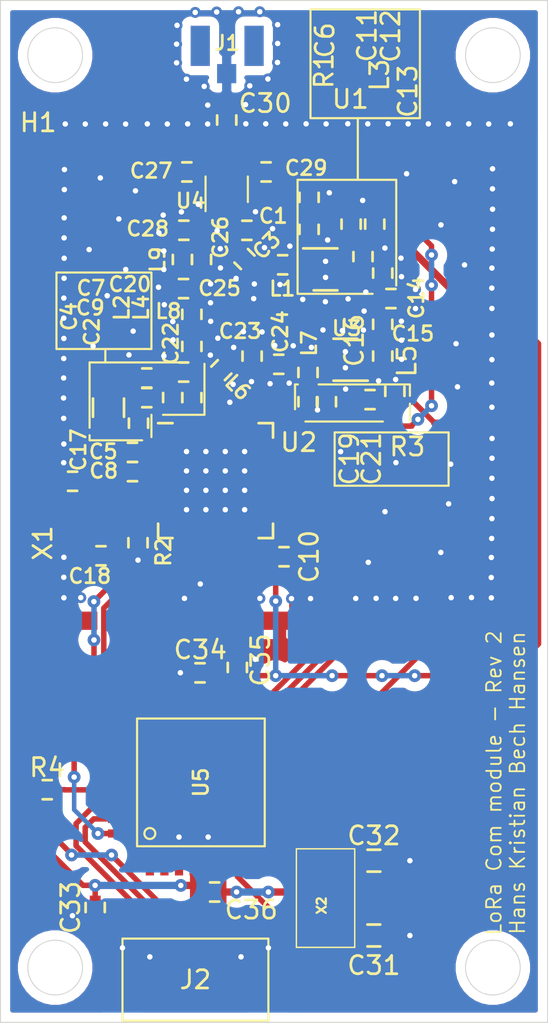
<source format=kicad_pcb>
(kicad_pcb (version 20171130) (host pcbnew "(5.1.4)-1")
  (title_block (title "LoRa Com module") (date 2019-12-13) (rev 2) (company "DTU Space") (comment 4 "Hans Kristian Bech Hansen"))
  (layers (0 F.Cu signal) (31 B.Cu signal) (34 B.Paste user hide) (35 F.Paste user hide) (36 B.SilkS user hide) (37 F.SilkS user) (38 B.Mask user hide) (39 F.Mask user hide) (44 Edge.Cuts user))
  (net 0 "")
  (net 1 /RF_RX)
  (net 2 GND)
  (net 3 "Net-(C3-Pad1)")
  (net 4 +3V3)
  (net 5 "Net-(C5-Pad1)")
  (net 6 "Net-(C7-Pad1)")
  (net 7 "Net-(C8-Pad1)")
  (net 8 "Net-(C13-Pad1)")
  (net 9 "Net-(C13-Pad2)")
  (net 10 "Net-(C15-Pad1)")
  (net 11 "Net-(C17-Pad2)")
  (net 12 "Net-(C18-Pad2)")
  (net 13 /SX1272_RF_TX)
  (net 14 "Net-(C22-Pad1)")
  (net 15 /LNA2_out)
  (net 16 "Net-(C24-Pad2)")
  (net 17 "Net-(C25-Pad1)")
  (net 18 "Net-(C25-Pad2)")
  (net 19 /RF_TX)
  (net 20 "Net-(C28-Pad2)")
  (net 21 /RXTX_SW)
  (net 22 "Net-(C30-Pad1)")
  (net 23 "Net-(C30-Pad2)")
  (net 24 "Net-(C31-Pad2)")
  (net 25 "Net-(C32-Pad2)")
  (net 26 "Net-(C34-Pad1)")
  (net 27 /RX)
  (net 28 /TX)
  (net 29 "Net-(J2-Pad4)")
  (net 30 "Net-(L1-Pad1)")
  (net 31 "Net-(L4-Pad2)")
  (net 32 "Net-(L5-Pad1)")
  (net 33 /SX1272_RF_RX)
  (net 34 "Net-(R1-Pad2)")
  (net 35 "Net-(R3-Pad2)")
  (net 36 /Reset)
  (net 37 "Net-(U1-Pad8)")
  (net 38 "Net-(U1-Pad6)")
  (net 39 "Net-(U1-Pad5)")
  (net 40 "Net-(U1-Pad4)")
  (net 41 "Net-(U1-Pad3)")
  (net 42 /DIO0)
  (net 43 /DIO1)
  (net 44 /DIO2)
  (net 45 /DIO3)
  (net 46 /DIO4)
  (net 47 /DIO5)
  (net 48 /SCK)
  (net 49 /MISO)
  (net 50 /MOSI)
  (net 51 /RF_CS)
  (net 52 "Net-(U2-Pad21)")
  (net 53 "Net-(U2-Pad24)")
  (net 54 "Net-(U3-Pad3)")
  (net 55 "Net-(U3-Pad4)")
  (net 56 "Net-(U3-Pad5)")
  (net 57 "Net-(U3-Pad6)")
  (net 58 "Net-(U3-Pad8)")
  (net 59 "Net-(U5-Pad1)")
  (net 60 "Net-(U5-Pad2)")
  (net 61 "Net-(U5-Pad9)")
  (net 62 "Net-(U5-Pad10)")
  (net 63 "Net-(U5-Pad11)")
  (net 64 "Net-(U5-Pad12)")
  (net 65 "Net-(U5-Pad14)")
  (net 66 "Net-(U5-Pad19)")
  (net 67 "Net-(U5-Pad22)")
  (net 68 "Net-(L2-Pad2)")
  (net 69 "Net-(C10-Pad1)")
  (net 70 /Reset_SX)
  (module dtusat:via-0.6mm-0.3mm_drill (layer F.Cu) (at 203.1746 125.31132)
    (fp_text reference "" hide)
    (fp_text value "" hide)
    (pad 1 thru_hole circle (at 0 0) (size 0.6 0.6) (drill 0.3) (layers *.Cu *.Mask) (net 2 GND))
  )
  (module dtusat:via-0.6mm-0.3mm_drill (layer F.Cu) (at 199.7583 138.9761 180)
    (fp_text reference "" hide)
    (fp_text value "" hide)
    (pad 1 thru_hole circle (at 0 0 180) (size 0.6 0.6) (drill 0.3) (layers *.Cu *.Mask) (net 2 GND))
  )
  (module dtusat:via-0.6mm-0.3mm_drill (layer F.Cu) (at 195.6562 139.7127 180)
    (fp_text reference "" hide)
    (fp_text value "" hide)
    (pad 1 thru_hole circle (at 0 0 180) (size 0.6 0.6) (drill 0.3) (layers *.Cu *.Mask) (net 2 GND))
  )
  (module dtusat:via-0.6mm-0.3mm_drill (layer F.Cu) (at 203.8223 113.411)
    (fp_text reference "" hide)
    (fp_text value "" hide)
    (pad 1 thru_hole circle (at 0 0) (size 0.6 0.6) (drill 0.3) (layers *.Cu *.Mask) (net 2 GND))
  )
  (module dtusat:via-0.6mm-0.3mm_drill (layer F.Cu) (at 205.6511 113.8301)
    (fp_text reference "" hide)
    (fp_text value "" hide)
    (pad 1 thru_hole circle (at 0 0) (size 0.6 0.6) (drill 0.3) (layers *.Cu *.Mask) (net 2 GND))
  )
  (module dtusat:via-0.6mm-0.3mm_drill (layer F.Cu) (at 193.3321 133.5405)
    (fp_text reference "" hide)
    (fp_text value "" hide)
    (pad 1 thru_hole circle (at 0 0) (size 0.6 0.6) (drill 0.3) (layers *.Cu *.Mask) (net 2 GND))
  )
  (module dtusat:via-0.6mm-0.3mm_drill (layer F.Cu) (at 193.9817 155.2829 180)
    (fp_text reference "" hide)
    (fp_text value "" hide)
    (pad 1 thru_hole circle (at 0 0 180) (size 0.6 0.6) (drill 0.3) (layers *.Cu *.Mask) (net 2 GND))
  )
  (module dtusat:via-0.6mm-0.3mm_drill (layer F.Cu) (at 198.9817 155.2829 180)
    (fp_text reference "" hide)
    (fp_text value "" hide)
    (pad 1 thru_hole circle (at 0 0 180) (size 0.6 0.6) (drill 0.3) (layers *.Cu *.Mask) (net 2 GND))
  )
  (module dtusat:via-0.6mm-0.3mm_drill (layer F.Cu) (at 200.4822 154.7876 180)
    (fp_text reference "" hide)
    (fp_text value "" hide)
    (pad 1 thru_hole circle (at 0 0 180) (size 0.6 0.6) (drill 0.3) (layers *.Cu *.Mask) (net 2 GND))
  )
  (module dtusat:via-0.6mm-0.3mm_drill (layer F.Cu) (at 192.4812 154.7876 180)
    (fp_text reference "" hide)
    (fp_text value "" hide)
    (pad 1 thru_hole circle (at 0 0 180) (size 0.6 0.6) (drill 0.3) (layers *.Cu *.Mask) (net 2 GND))
  )
  (module dtusat:via-0.6mm-0.3mm_drill (layer F.Cu) (at 189.738 153.02822 180)
    (fp_text reference "" hide)
    (fp_text value "" hide)
    (pad 1 thru_hole circle (at 0 0 180) (size 0.6 0.6) (drill 0.3) (layers *.Cu *.Mask) (net 2 GND))
  )
  (module dtusat:via-0.6mm-0.3mm_drill (layer F.Cu) (at 208.2419 154.1145 180)
    (fp_text reference "" hide)
    (fp_text value "" hide)
    (pad 1 thru_hole circle (at 0 0 180) (size 0.6 0.6) (drill 0.3) (layers *.Cu *.Mask) (net 2 GND))
  )
  (module dtusat:via-0.6mm-0.3mm_drill (layer F.Cu) (at 208.2419 150.0124 180)
    (fp_text reference "" hide)
    (fp_text value "" hide)
    (pad 1 thru_hole circle (at 0 0 180) (size 0.6 0.6) (drill 0.3) (layers *.Cu *.Mask) (net 2 GND))
  )
  (module dtusat:via-0.6mm-0.3mm_drill (layer F.Cu) (at 195.58 148.717 180)
    (fp_text reference "" hide)
    (fp_text value "" hide)
    (pad 1 thru_hole circle (at 0 0 180) (size 0.6 0.6) (drill 0.3) (layers *.Cu *.Mask) (net 2 GND))
  )
  (module dtusat:via-0.6mm-0.3mm_drill (layer F.Cu) (at 197.1802 148.717 180)
    (fp_text reference "" hide)
    (fp_text value "" hide)
    (pad 1 thru_hole circle (at 0 0 180) (size 0.6 0.6) (drill 0.3) (layers *.Cu *.Mask) (net 2 GND))
  )
  (module dtusat:UFL_Feedtrough (layer F.Cu) (at 198.2212 105.3582)
    (fp_text reference J1 (at 0 -0.1514) (layer F.SilkS) (effects (font (size 0.8 0.8))))
    (fp_text value COAX)
    (pad 4 smd rect (at 1.475 0) (size 1.05 2.2) (layers F.Cu F.Paste F.Mask))
    (pad 3 smd rect (at -1.475 0) (size 1.05 2.2) (layers F.Cu F.Paste F.Mask))
    (pad 1 smd rect (at -0.025 1.525) (size 1.05 1.05) (layers F.Cu F.Paste F.Mask) (net 22 "Net-(C30-Pad1)"))
    (pad 6 smd rect (at 1.475 0) (size 1.05 2.2) (layers B.Cu B.Paste B.Mask))
    (pad 5 smd rect (at -1.475 0) (size 1.05 2.2) (layers B.Cu B.Paste B.Mask))
    (pad 2 smd rect (at -0.025 1.525) (size 1.05 1.05) (layers B.Cu B.Paste B.Mask) (net 2 GND))
  )
  (module dtusat:via-0.6mm-0.3mm_drill (layer F.Cu) (at 204.70284 122.999)
    (fp_text reference "" hide)
    (fp_text value "" hide)
    (pad 1 thru_hole circle (at 0 0) (size 0.6 0.6) (drill 0.3) (layers *.Cu *.Mask) (net 2 GND))
  )
  (module dtusat:via-0.6mm-0.3mm_drill (layer F.Cu) (at 204.70284 122.119)
    (fp_text reference "" hide)
    (fp_text value "" hide)
    (pad 1 thru_hole circle (at 0 0) (size 0.6 0.6) (drill 0.3) (layers *.Cu *.Mask) (net 2 GND))
  )
  (module dtusat:via-0.6mm-0.3mm_drill (layer F.Cu) (at 203.61656 118.04708)
    (fp_text reference "" hide)
    (fp_text value "" hide)
    (pad 1 thru_hole circle (at 0 0) (size 0.6 0.6) (drill 0.3) (layers *.Cu *.Mask) (net 2 GND))
  )
  (module dtusat:via-0.6mm-0.3mm_drill (layer F.Cu) (at 203.61656 117.16708)
    (fp_text reference "" hide)
    (fp_text value "" hide)
    (pad 1 thru_hole circle (at 0 0) (size 0.6 0.6) (drill 0.3) (layers *.Cu *.Mask) (net 2 GND))
  )
  (module dtusat:via-0.6mm-0.3mm_drill (layer F.Cu) (at 200.00976 103.48976)
    (fp_text reference "" hide)
    (fp_text value "" hide)
    (pad 1 thru_hole circle (at 0 0) (size 0.6 0.6) (drill 0.3) (layers *.Cu *.Mask) (net 2 GND))
  )
  (module dtusat:via-0.6mm-0.3mm_drill (layer F.Cu) (at 198.84644 103.48976)
    (fp_text reference "" hide)
    (fp_text value "" hide)
    (pad 1 thru_hole circle (at 0 0) (size 0.6 0.6) (drill 0.3) (layers *.Cu *.Mask) (net 2 GND))
  )
  (module dtusat:via-0.6mm-0.3mm_drill (layer F.Cu) (at 197.64502 103.50246)
    (fp_text reference "" hide)
    (fp_text value "" hide)
    (pad 1 thru_hole circle (at 0 0) (size 0.6 0.6) (drill 0.3) (layers *.Cu *.Mask) (net 2 GND))
  )
  (module dtusat:via-0.6mm-0.3mm_drill (layer F.Cu) (at 196.469 103.52532)
    (fp_text reference "" hide)
    (fp_text value "" hide)
    (pad 1 thru_hole circle (at 0 0) (size 0.6 0.6) (drill 0.3) (layers *.Cu *.Mask) (net 2 GND))
  )
  (module dtusat:via-0.6mm-0.3mm_drill (layer F.Cu) (at 205.95844 133.66242)
    (fp_text reference "" hide)
    (fp_text value "" hide)
    (pad 1 thru_hole circle (at 0 0) (size 0.6 0.6) (drill 0.3) (layers *.Cu *.Mask) (net 2 GND))
  )
  (module dtusat:via-0.6mm-0.3mm_drill (layer F.Cu) (at 209.93608 133.11886)
    (fp_text reference "" hide)
    (fp_text value "" hide)
    (pad 1 thru_hole circle (at 0 0) (size 0.6 0.6) (drill 0.3) (layers *.Cu *.Mask) (net 2 GND))
  )
  (module dtusat:via-0.6mm-0.3mm_drill (layer F.Cu) (at 210.36534 130.45694)
    (fp_text reference "" hide)
    (fp_text value "" hide)
    (pad 1 thru_hole circle (at 0 0) (size 0.6 0.6) (drill 0.3) (layers *.Cu *.Mask) (net 2 GND))
  )
  (module dtusat:via-0.6mm-0.3mm_drill (layer F.Cu) (at 206.87538 130.8862)
    (fp_text reference "" hide)
    (fp_text value "" hide)
    (pad 1 thru_hole circle (at 0 0) (size 0.6 0.6) (drill 0.3) (layers *.Cu *.Mask) (net 2 GND))
  )
  (module dtusat:via-0.6mm-0.3mm_drill (layer F.Cu) (at 207.47482 128.19888)
    (fp_text reference "" hide)
    (fp_text value "" hide)
    (pad 1 thru_hole circle (at 0 0) (size 0.6 0.6) (drill 0.3) (layers *.Cu *.Mask) (net 2 GND))
  )
  (module dtusat:via-0.6mm-0.3mm_drill (layer F.Cu) (at 204.44206 127.5969)
    (fp_text reference "" hide)
    (fp_text value "" hide)
    (pad 1 thru_hole circle (at 0 0) (size 0.6 0.6) (drill 0.3) (layers *.Cu *.Mask) (net 2 GND))
  )
  (module dtusat:via-0.6mm-0.3mm_drill (layer F.Cu) (at 210.47964 128.2827)
    (fp_text reference "" hide)
    (fp_text value "" hide)
    (pad 1 thru_hole circle (at 0 0) (size 0.6 0.6) (drill 0.3) (layers *.Cu *.Mask) (net 2 GND))
  )
  (module dtusat:via-0.6mm-0.3mm_drill (layer F.Cu) (at 208.06156 112.36706)
    (fp_text reference "" hide)
    (fp_text value "" hide)
    (pad 1 thru_hole circle (at 0 0) (size 0.6 0.6) (drill 0.3) (layers *.Cu *.Mask) (net 2 GND))
  )
  (module dtusat:via-0.6mm-0.3mm_drill (layer F.Cu) (at 210.69554 112.79886)
    (fp_text reference "" hide)
    (fp_text value "" hide)
    (pad 1 thru_hole circle (at 0 0) (size 0.6 0.6) (drill 0.3) (layers *.Cu *.Mask) (net 2 GND))
  )
  (module dtusat:via-0.6mm-0.3mm_drill (layer F.Cu) (at 209.9437 115.17122)
    (fp_text reference "" hide)
    (fp_text value "" hide)
    (pad 1 thru_hole circle (at 0 0) (size 0.6 0.6) (drill 0.3) (layers *.Cu *.Mask) (net 2 GND))
  )
  (module dtusat:via-0.6mm-0.3mm_drill (layer F.Cu) (at 211.23656 117.36324)
    (fp_text reference "" hide)
    (fp_text value "" hide)
    (pad 1 thru_hole circle (at 0 0) (size 0.6 0.6) (drill 0.3) (layers *.Cu *.Mask) (net 2 GND))
  )
  (module dtusat:via-0.6mm-0.3mm_drill (layer F.Cu) (at 210.77174 121.68124)
    (fp_text reference "" hide)
    (fp_text value "" hide)
    (pad 1 thru_hole circle (at 0 0) (size 0.6 0.6) (drill 0.3) (layers *.Cu *.Mask) (net 2 GND))
  )
  (module dtusat:via-0.6mm-0.3mm_drill (layer F.Cu) (at 210.85048 124.04598)
    (fp_text reference "" hide)
    (fp_text value "" hide)
    (pad 1 thru_hole circle (at 0 0) (size 0.6 0.6) (drill 0.3) (layers *.Cu *.Mask) (net 2 GND))
  )
  (module dtusat:via-0.6mm-0.3mm_drill (layer F.Cu) (at 192.8368 122.29338)
    (fp_text reference "" hide)
    (fp_text value "" hide)
    (pad 1 thru_hole circle (at 0 0) (size 0.6 0.6) (drill 0.3) (layers *.Cu *.Mask) (net 2 GND))
  )
  (module dtusat:via-0.6mm-0.3mm_drill (layer F.Cu) (at 190.87084 121.81586)
    (fp_text reference "" hide)
    (fp_text value "" hide)
    (pad 1 thru_hole circle (at 0 0) (size 0.6 0.6) (drill 0.3) (layers *.Cu *.Mask) (net 2 GND))
  )
  (module dtusat:via-0.6mm-0.3mm_drill (layer F.Cu) (at 190.6524 116.5225)
    (fp_text reference "" hide)
    (fp_text value "" hide)
    (pad 1 thru_hole circle (at 0 0) (size 0.6 0.6) (drill 0.3) (layers *.Cu *.Mask) (net 2 GND))
  )
  (module dtusat:via-0.6mm-0.3mm_drill (layer F.Cu) (at 192.659 117.6147)
    (fp_text reference "" hide)
    (fp_text value "" hide)
    (pad 1 thru_hole circle (at 0 0) (size 0.6 0.6) (drill 0.3) (layers *.Cu *.Mask) (net 2 GND))
  )
  (module dtusat:via-0.6mm-0.3mm_drill (layer F.Cu) (at 193.1924 113.30432)
    (fp_text reference "" hide)
    (fp_text value "" hide)
    (pad 1 thru_hole circle (at 0 0) (size 0.6 0.6) (drill 0.3) (layers *.Cu *.Mask) (net 2 GND))
  )
  (module dtusat:via-0.6mm-0.3mm_drill (layer F.Cu) (at 193.0654 120.9929)
    (fp_text reference "" hide)
    (fp_text value "" hide)
    (pad 1 thru_hole circle (at 0 0) (size 0.6 0.6) (drill 0.3) (layers *.Cu *.Mask) (net 2 GND))
  )
  (module dtusat:via-0.6mm-0.3mm_drill (layer F.Cu) (at 192.28308 114.8461)
    (fp_text reference "" hide)
    (fp_text value "" hide)
    (pad 1 thru_hole circle (at 0 0) (size 0.6 0.6) (drill 0.3) (layers *.Cu *.Mask) (net 2 GND))
  )
  (module dtusat:via-0.6mm-0.3mm_drill (layer F.Cu) (at 191.643 119.0498)
    (fp_text reference "" hide)
    (fp_text value "" hide)
    (pad 1 thru_hole circle (at 0 0) (size 0.6 0.6) (drill 0.3) (layers *.Cu *.Mask) (net 2 GND))
  )
  (module dtusat:via-0.6mm-0.3mm_drill (layer F.Cu) (at 191.26708 112.59566)
    (fp_text reference "" hide)
    (fp_text value "" hide)
    (pad 1 thru_hole circle (at 0 0) (size 0.6 0.6) (drill 0.3) (layers *.Cu *.Mask) (net 2 GND))
  )
  (module dtusat:via-0.6mm-0.3mm_drill (layer F.Cu) (at 200.01738 135.63854)
    (fp_text reference "" hide)
    (fp_text value "" hide)
    (pad 1 thru_hole circle (at 0 0) (size 0.6 0.6) (drill 0.3) (layers *.Cu *.Mask) (net 2 GND))
  )
  (module dtusat:via-0.6mm-0.3mm_drill (layer F.Cu) (at 201.74712 135.65124 180)
    (fp_text reference "" hide)
    (fp_text value "" hide)
    (pad 1 thru_hole circle (at 0 0 180) (size 0.6 0.6) (drill 0.3) (layers *.Cu *.Mask) (net 2 GND))
  )
  (module dtusat:via-0.6mm-0.3mm_drill (layer F.Cu) (at 202.7936 135.6487 180)
    (fp_text reference "" hide)
    (fp_text value "" hide)
    (pad 1 thru_hole circle (at 0 0 180) (size 0.6 0.6) (drill 0.3) (layers *.Cu *.Mask) (net 2 GND))
  )
  (module dtusat:via-0.6mm-0.3mm_drill (layer F.Cu) (at 206.3877 135.636 180)
    (fp_text reference "" hide)
    (fp_text value "" hide)
    (pad 1 thru_hole circle (at 0 0 180) (size 0.6 0.6) (drill 0.3) (layers *.Cu *.Mask) (net 2 GND))
  )
  (module dtusat:via-0.6mm-0.3mm_drill (layer F.Cu) (at 205.27264 135.64108 180)
    (fp_text reference "" hide)
    (fp_text value "" hide)
    (pad 1 thru_hole circle (at 0 0 180) (size 0.6 0.6) (drill 0.3) (layers *.Cu *.Mask) (net 2 GND))
  )
  (module dtusat:via-0.6mm-0.3mm_drill (layer F.Cu) (at 207.46212 135.64108 180)
    (fp_text reference "" hide)
    (fp_text value "" hide)
    (pad 1 thru_hole circle (at 0 0 180) (size 0.6 0.6) (drill 0.3) (layers *.Cu *.Mask) (net 2 GND))
  )
  (module dtusat:via-0.6mm-0.3mm_drill (layer F.Cu) (at 208.57718 135.636 180)
    (fp_text reference "" hide)
    (fp_text value "" hide)
    (pad 1 thru_hole circle (at 0 0 180) (size 0.6 0.6) (drill 0.3) (layers *.Cu *.Mask) (net 2 GND))
  )
  (module dtusat:via-0.6mm-0.3mm_drill (layer F.Cu) (at 210.5025 135.5979 180)
    (fp_text reference "" hide)
    (fp_text value "" hide)
    (pad 1 thru_hole circle (at 0 0 180) (size 0.6 0.6) (drill 0.3) (layers *.Cu *.Mask) (net 2 GND))
  )
  (module dtusat:via-0.6mm-0.3mm_drill (layer F.Cu) (at 211.61756 135.59282 180)
    (fp_text reference "" hide)
    (fp_text value "" hide)
    (pad 1 thru_hole circle (at 0 0 180) (size 0.6 0.6) (drill 0.3) (layers *.Cu *.Mask) (net 2 GND))
  )
  (module dtusat:via-0.6mm-0.3mm_drill (layer F.Cu) (at 212.70722 135.60806 90)
    (fp_text reference "" hide)
    (fp_text value "" hide)
    (pad 1 thru_hole circle (at 0 0 90) (size 0.6 0.6) (drill 0.3) (layers *.Cu *.Mask) (net 2 GND))
  )
  (module dtusat:via-0.6mm-0.3mm_drill (layer F.Cu) (at 212.70214 134.493 90)
    (fp_text reference "" hide)
    (fp_text value "" hide)
    (pad 1 thru_hole circle (at 0 0 90) (size 0.6 0.6) (drill 0.3) (layers *.Cu *.Mask) (net 2 GND))
  )
  (module dtusat:via-0.6mm-0.3mm_drill (layer F.Cu) (at 212.74278 127.95758 90)
    (fp_text reference "" hide)
    (fp_text value "" hide)
    (pad 1 thru_hole circle (at 0 0 90) (size 0.6 0.6) (drill 0.3) (layers *.Cu *.Mask) (net 2 GND))
  )
  (module dtusat:via-0.6mm-0.3mm_drill (layer F.Cu) (at 212.7377 131.2672 90)
    (fp_text reference "" hide)
    (fp_text value "" hide)
    (pad 1 thru_hole circle (at 0 0 90) (size 0.6 0.6) (drill 0.3) (layers *.Cu *.Mask) (net 2 GND))
  )
  (module dtusat:via-0.6mm-0.3mm_drill (layer F.Cu) (at 212.74278 130.16992 90)
    (fp_text reference "" hide)
    (fp_text value "" hide)
    (pad 1 thru_hole circle (at 0 0 90) (size 0.6 0.6) (drill 0.3) (layers *.Cu *.Mask) (net 2 GND))
  )
  (module dtusat:via-0.6mm-0.3mm_drill (layer F.Cu) (at 212.725 132.35432 90)
    (fp_text reference "" hide)
    (fp_text value "" hide)
    (pad 1 thru_hole circle (at 0 0 90) (size 0.6 0.6) (drill 0.3) (layers *.Cu *.Mask) (net 2 GND))
  )
  (module dtusat:via-0.6mm-0.3mm_drill (layer F.Cu) (at 212.70722 133.39572 90)
    (fp_text reference "" hide)
    (fp_text value "" hide)
    (pad 1 thru_hole circle (at 0 0 90) (size 0.6 0.6) (drill 0.3) (layers *.Cu *.Mask) (net 2 GND))
  )
  (module dtusat:via-0.6mm-0.3mm_drill (layer F.Cu) (at 212.7377 129.05486 90)
    (fp_text reference "" hide)
    (fp_text value "" hide)
    (pad 1 thru_hole circle (at 0 0 90) (size 0.6 0.6) (drill 0.3) (layers *.Cu *.Mask) (net 2 GND))
  )
  (module dtusat:via-0.6mm-0.3mm_drill (layer F.Cu) (at 209.25282 109.63402)
    (fp_text reference "" hide)
    (fp_text value "" hide)
    (pad 1 thru_hole circle (at 0 0) (size 0.6 0.6) (drill 0.3) (layers *.Cu *.Mask) (net 2 GND))
  )
  (module dtusat:via-0.6mm-0.3mm_drill (layer F.Cu) (at 212.56244 109.6391)
    (fp_text reference "" hide)
    (fp_text value "" hide)
    (pad 1 thru_hole circle (at 0 0) (size 0.6 0.6) (drill 0.3) (layers *.Cu *.Mask) (net 2 GND))
  )
  (module dtusat:via-0.6mm-0.3mm_drill (layer F.Cu) (at 211.46516 109.63402)
    (fp_text reference "" hide)
    (fp_text value "" hide)
    (pad 1 thru_hole circle (at 0 0) (size 0.6 0.6) (drill 0.3) (layers *.Cu *.Mask) (net 2 GND))
  )
  (module dtusat:via-0.6mm-0.3mm_drill (layer F.Cu) (at 212.74532 126.87554 90)
    (fp_text reference "" hide)
    (fp_text value "" hide)
    (pad 1 thru_hole circle (at 0 0 90) (size 0.6 0.6) (drill 0.3) (layers *.Cu *.Mask) (net 2 GND))
  )
  (module dtusat:via-0.6mm-0.3mm_drill (layer F.Cu) (at 210.3501 109.6391)
    (fp_text reference "" hide)
    (fp_text value "" hide)
    (pad 1 thru_hole circle (at 0 0) (size 0.6 0.6) (drill 0.3) (layers *.Cu *.Mask) (net 2 GND))
  )
  (module dtusat:via-0.6mm-0.3mm_drill (layer F.Cu) (at 213.75116 109.63148)
    (fp_text reference "" hide)
    (fp_text value "" hide)
    (pad 1 thru_hole circle (at 0 0) (size 0.6 0.6) (drill 0.3) (layers *.Cu *.Mask) (net 2 GND))
  )
  (module dtusat:via-0.6mm-0.3mm_drill (layer F.Cu) (at 212.7377 125.16104 90)
    (fp_text reference "" hide)
    (fp_text value "" hide)
    (pad 1 thru_hole circle (at 0 0 90) (size 0.6 0.6) (drill 0.3) (layers *.Cu *.Mask) (net 2 GND))
  )
  (module dtusat:via-0.6mm-0.3mm_drill (layer F.Cu) (at 212.73008 123.8377 90)
    (fp_text reference "" hide)
    (fp_text value "" hide)
    (pad 1 thru_hole circle (at 0 0 90) (size 0.6 0.6) (drill 0.3) (layers *.Cu *.Mask) (net 2 GND))
  )
  (module dtusat:via-0.6mm-0.3mm_drill (layer F.Cu) (at 203.64704 109.63656)
    (fp_text reference "" hide)
    (fp_text value "" hide)
    (pad 1 thru_hole circle (at 0 0) (size 0.6 0.6) (drill 0.3) (layers *.Cu *.Mask) (net 2 GND))
  )
  (module dtusat:via-0.6mm-0.3mm_drill (layer F.Cu) (at 202.54976 109.63148)
    (fp_text reference "" hide)
    (fp_text value "" hide)
    (pad 1 thru_hole circle (at 0 0) (size 0.6 0.6) (drill 0.3) (layers *.Cu *.Mask) (net 2 GND))
  )
  (module dtusat:via-0.6mm-0.3mm_drill (layer F.Cu) (at 200.33742 109.63148)
    (fp_text reference "" hide)
    (fp_text value "" hide)
    (pad 1 thru_hole circle (at 0 0) (size 0.6 0.6) (drill 0.3) (layers *.Cu *.Mask) (net 2 GND))
  )
  (module dtusat:via-0.6mm-0.3mm_drill (layer F.Cu) (at 201.4347 109.63656)
    (fp_text reference "" hide)
    (fp_text value "" hide)
    (pad 1 thru_hole circle (at 0 0) (size 0.6 0.6) (drill 0.3) (layers *.Cu *.Mask) (net 2 GND))
  )
  (module dtusat:via-0.6mm-0.3mm_drill (layer F.Cu) (at 204.83576 109.62894)
    (fp_text reference "" hide)
    (fp_text value "" hide)
    (pad 1 thru_hole circle (at 0 0) (size 0.6 0.6) (drill 0.3) (layers *.Cu *.Mask) (net 2 GND))
  )
  (module dtusat:via-0.6mm-0.3mm_drill (layer F.Cu) (at 205.93304 109.63402)
    (fp_text reference "" hide)
    (fp_text value "" hide)
    (pad 1 thru_hole circle (at 0 0) (size 0.6 0.6) (drill 0.3) (layers *.Cu *.Mask) (net 2 GND))
  )
  (module dtusat:via-0.6mm-0.3mm_drill (layer F.Cu) (at 207.0481 109.62894)
    (fp_text reference "" hide)
    (fp_text value "" hide)
    (pad 1 thru_hole circle (at 0 0) (size 0.6 0.6) (drill 0.3) (layers *.Cu *.Mask) (net 2 GND))
  )
  (module dtusat:via-0.6mm-0.3mm_drill (layer F.Cu) (at 208.14538 109.63402)
    (fp_text reference "" hide)
    (fp_text value "" hide)
    (pad 1 thru_hole circle (at 0 0) (size 0.6 0.6) (drill 0.3) (layers *.Cu *.Mask) (net 2 GND))
  )
  (module dtusat:via-0.6mm-0.3mm_drill (layer F.Cu) (at 212.7377 117.53596 90)
    (fp_text reference "" hide)
    (fp_text value "" hide)
    (pad 1 thru_hole circle (at 0 0 90) (size 0.6 0.6) (drill 0.3) (layers *.Cu *.Mask) (net 2 GND))
  )
  (module dtusat:via-0.6mm-0.3mm_drill (layer F.Cu) (at 212.7377 122.555 90)
    (fp_text reference "" hide)
    (fp_text value "" hide)
    (pad 1 thru_hole circle (at 0 0 90) (size 0.6 0.6) (drill 0.3) (layers *.Cu *.Mask) (net 2 GND))
  )
  (module dtusat:via-0.6mm-0.3mm_drill (layer F.Cu) (at 212.7377 119.7483 90)
    (fp_text reference "" hide)
    (fp_text value "" hide)
    (pad 1 thru_hole circle (at 0 0 90) (size 0.6 0.6) (drill 0.3) (layers *.Cu *.Mask) (net 2 GND))
  )
  (module dtusat:via-0.6mm-0.3mm_drill (layer F.Cu) (at 212.7377 121.20372 90)
    (fp_text reference "" hide)
    (fp_text value "" hide)
    (pad 1 thru_hole circle (at 0 0 90) (size 0.6 0.6) (drill 0.3) (layers *.Cu *.Mask) (net 2 GND))
  )
  (module dtusat:via-0.6mm-0.3mm_drill (layer F.Cu) (at 212.73262 118.63324 90)
    (fp_text reference "" hide)
    (fp_text value "" hide)
    (pad 1 thru_hole circle (at 0 0 90) (size 0.6 0.6) (drill 0.3) (layers *.Cu *.Mask) (net 2 GND))
  )
  (module dtusat:via-0.6mm-0.3mm_drill (layer F.Cu) (at 212.76818 113.1951 90)
    (fp_text reference "" hide)
    (fp_text value "" hide)
    (pad 1 thru_hole circle (at 0 0 90) (size 0.6 0.6) (drill 0.3) (layers *.Cu *.Mask) (net 2 GND))
  )
  (module dtusat:via-0.6mm-0.3mm_drill (layer F.Cu) (at 212.77326 112.09782 90)
    (fp_text reference "" hide)
    (fp_text value "" hide)
    (pad 1 thru_hole circle (at 0 0 90) (size 0.6 0.6) (drill 0.3) (layers *.Cu *.Mask) (net 2 GND))
  )
  (module dtusat:via-0.6mm-0.3mm_drill (layer F.Cu) (at 212.76818 115.40744 90)
    (fp_text reference "" hide)
    (fp_text value "" hide)
    (pad 1 thru_hole circle (at 0 0 90) (size 0.6 0.6) (drill 0.3) (layers *.Cu *.Mask) (net 2 GND))
  )
  (module dtusat:via-0.6mm-0.3mm_drill (layer F.Cu) (at 212.77326 114.31016 90)
    (fp_text reference "" hide)
    (fp_text value "" hide)
    (pad 1 thru_hole circle (at 0 0 90) (size 0.6 0.6) (drill 0.3) (layers *.Cu *.Mask) (net 2 GND))
  )
  (module dtusat:via-0.6mm-0.3mm_drill (layer F.Cu) (at 212.75548 116.49456 90)
    (fp_text reference "" hide)
    (fp_text value "" hide)
    (pad 1 thru_hole circle (at 0 0 90) (size 0.6 0.6) (drill 0.3) (layers *.Cu *.Mask) (net 2 GND))
  )
  (module dtusat:via-0.6mm-0.3mm_drill (layer F.Cu) (at 196.7484 134.8486 90)
    (fp_text reference "" hide)
    (fp_text value "" hide)
    (pad 1 thru_hole circle (at 0 0 90) (size 0.6 0.6) (drill 0.3) (layers *.Cu *.Mask) (net 2 GND))
  )
  (module dtusat:via-0.6mm-0.3mm_drill (layer F.Cu) (at 195.87972 135.63854 90)
    (fp_text reference "" hide)
    (fp_text value "" hide)
    (pad 1 thru_hole circle (at 0 0 90) (size 0.6 0.6) (drill 0.3) (layers *.Cu *.Mask) (net 2 GND))
  )
  (module dtusat:via-0.6mm-0.3mm_drill (layer F.Cu) (at 190.1952 135.5979 90)
    (fp_text reference "" hide)
    (fp_text value "" hide)
    (pad 1 thru_hole circle (at 0 0 90) (size 0.6 0.6) (drill 0.3) (layers *.Cu *.Mask) (net 2 GND))
  )
  (module dtusat:via-0.6mm-0.3mm_drill (layer F.Cu) (at 189.2681 135.60552 90)
    (fp_text reference "" hide)
    (fp_text value "" hide)
    (pad 1 thru_hole circle (at 0 0 90) (size 0.6 0.6) (drill 0.3) (layers *.Cu *.Mask) (net 2 GND))
  )
  (module dtusat:via-0.6mm-0.3mm_drill (layer F.Cu) (at 189.2681 133.38556 90)
    (fp_text reference "" hide)
    (fp_text value "" hide)
    (pad 1 thru_hole circle (at 0 0 90) (size 0.6 0.6) (drill 0.3) (layers *.Cu *.Mask) (net 2 GND))
  )
  (module dtusat:via-0.6mm-0.3mm_drill (layer F.Cu) (at 189.26302 134.48284 90)
    (fp_text reference "" hide)
    (fp_text value "" hide)
    (pad 1 thru_hole circle (at 0 0 90) (size 0.6 0.6) (drill 0.3) (layers *.Cu *.Mask) (net 2 GND))
  )
  (module dtusat:via-0.6mm-0.3mm_drill (layer F.Cu) (at 189.2935 113.23574 90)
    (fp_text reference "" hide)
    (fp_text value "" hide)
    (pad 1 thru_hole circle (at 0 0 90) (size 0.6 0.6) (drill 0.3) (layers *.Cu *.Mask) (net 2 GND))
  )
  (module dtusat:via-0.6mm-0.3mm_drill (layer F.Cu) (at 189.29858 112.13846 90)
    (fp_text reference "" hide)
    (fp_text value "" hide)
    (pad 1 thru_hole circle (at 0 0 90) (size 0.6 0.6) (drill 0.3) (layers *.Cu *.Mask) (net 2 GND))
  )
  (module dtusat:via-0.6mm-0.3mm_drill (layer F.Cu) (at 189.25794 128.20396 90)
    (fp_text reference "" hide)
    (fp_text value "" hide)
    (pad 1 thru_hole circle (at 0 0 90) (size 0.6 0.6) (drill 0.3) (layers *.Cu *.Mask) (net 2 GND))
  )
  (module dtusat:via-0.6mm-0.3mm_drill (layer F.Cu) (at 189.2554 125.77318 90)
    (fp_text reference "" hide)
    (fp_text value "" hide)
    (pad 1 thru_hole circle (at 0 0 90) (size 0.6 0.6) (drill 0.3) (layers *.Cu *.Mask) (net 2 GND))
  )
  (module dtusat:via-0.6mm-0.3mm_drill (layer F.Cu) (at 189.25032 124.65812 90)
    (fp_text reference "" hide)
    (fp_text value "" hide)
    (pad 1 thru_hole circle (at 0 0 90) (size 0.6 0.6) (drill 0.3) (layers *.Cu *.Mask) (net 2 GND))
  )
  (module dtusat:via-0.6mm-0.3mm_drill (layer F.Cu) (at 189.26556 127.1778 90)
    (fp_text reference "" hide)
    (fp_text value "" hide)
    (pad 1 thru_hole circle (at 0 0 90) (size 0.6 0.6) (drill 0.3) (layers *.Cu *.Mask) (net 2 GND))
  )
  (module dtusat:via-0.6mm-0.3mm_drill (layer F.Cu) (at 189.2554 123.56084 90)
    (fp_text reference "" hide)
    (fp_text value "" hide)
    (pad 1 thru_hole circle (at 0 0 90) (size 0.6 0.6) (drill 0.3) (layers *.Cu *.Mask) (net 2 GND))
  )
  (module dtusat:via-0.6mm-0.3mm_drill (layer F.Cu) (at 189.26048 120.27916 90)
    (fp_text reference "" hide)
    (fp_text value "" hide)
    (pad 1 thru_hole circle (at 0 0 90) (size 0.6 0.6) (drill 0.3) (layers *.Cu *.Mask) (net 2 GND))
  )
  (module dtusat:via-0.6mm-0.3mm_drill (layer F.Cu) (at 189.26556 119.18188 90)
    (fp_text reference "" hide)
    (fp_text value "" hide)
    (pad 1 thru_hole circle (at 0 0 90) (size 0.6 0.6) (drill 0.3) (layers *.Cu *.Mask) (net 2 GND))
  )
  (module dtusat:via-0.6mm-0.3mm_drill (layer F.Cu) (at 189.26048 122.4915 90)
    (fp_text reference "" hide)
    (fp_text value "" hide)
    (pad 1 thru_hole circle (at 0 0 90) (size 0.6 0.6) (drill 0.3) (layers *.Cu *.Mask) (net 2 GND))
  )
  (module dtusat:via-0.6mm-0.3mm_drill (layer F.Cu) (at 189.26556 121.39422 90)
    (fp_text reference "" hide)
    (fp_text value "" hide)
    (pad 1 thru_hole circle (at 0 0 90) (size 0.6 0.6) (drill 0.3) (layers *.Cu *.Mask) (net 2 GND))
  )
  (module dtusat:via-0.6mm-0.3mm_drill (layer F.Cu) (at 189.28334 114.78514 90)
    (fp_text reference "" hide)
    (fp_text value "" hide)
    (pad 1 thru_hole circle (at 0 0 90) (size 0.6 0.6) (drill 0.3) (layers *.Cu *.Mask) (net 2 GND))
  )
  (module dtusat:via-0.6mm-0.3mm_drill (layer F.Cu) (at 189.27826 115.88242 90)
    (fp_text reference "" hide)
    (fp_text value "" hide)
    (pad 1 thru_hole circle (at 0 0 90) (size 0.6 0.6) (drill 0.3) (layers *.Cu *.Mask) (net 2 GND))
  )
  (module dtusat:via-0.6mm-0.3mm_drill (layer F.Cu) (at 189.27826 118.09476 90)
    (fp_text reference "" hide)
    (fp_text value "" hide)
    (pad 1 thru_hole circle (at 0 0 90) (size 0.6 0.6) (drill 0.3) (layers *.Cu *.Mask) (net 2 GND))
  )
  (module dtusat:via-0.6mm-0.3mm_drill (layer F.Cu) (at 189.28334 116.99748 90)
    (fp_text reference "" hide)
    (fp_text value "" hide)
    (pad 1 thru_hole circle (at 0 0 90) (size 0.6 0.6) (drill 0.3) (layers *.Cu *.Mask) (net 2 GND))
  )
  (module dtusat:via-0.6mm-0.3mm_drill (layer F.Cu) (at 189.3443 109.6391)
    (fp_text reference "" hide)
    (fp_text value "" hide)
    (pad 1 thru_hole circle (at 0 0) (size 0.6 0.6) (drill 0.3) (layers *.Cu *.Mask) (net 2 GND))
  )
  (module dtusat:via-0.6mm-0.3mm_drill (layer F.Cu) (at 190.44158 109.64418)
    (fp_text reference "" hide)
    (fp_text value "" hide)
    (pad 1 thru_hole circle (at 0 0) (size 0.6 0.6) (drill 0.3) (layers *.Cu *.Mask) (net 2 GND))
  )
  (module dtusat:via-0.6mm-0.3mm_drill (layer F.Cu) (at 191.55664 109.6391)
    (fp_text reference "" hide)
    (fp_text value "" hide)
    (pad 1 thru_hole circle (at 0 0) (size 0.6 0.6) (drill 0.3) (layers *.Cu *.Mask) (net 2 GND))
  )
  (module dtusat:via-0.6mm-0.3mm_drill (layer F.Cu) (at 192.65392 109.64418)
    (fp_text reference "" hide)
    (fp_text value "" hide)
    (pad 1 thru_hole circle (at 0 0) (size 0.6 0.6) (drill 0.3) (layers *.Cu *.Mask) (net 2 GND))
  )
  (module dtusat:via-0.6mm-0.3mm_drill (layer F.Cu) (at 193.84264 109.63656)
    (fp_text reference "" hide)
    (fp_text value "" hide)
    (pad 1 thru_hole circle (at 0 0) (size 0.6 0.6) (drill 0.3) (layers *.Cu *.Mask) (net 2 GND))
  )
  (module dtusat:via-0.6mm-0.3mm_drill (layer F.Cu) (at 194.93992 109.64164)
    (fp_text reference "" hide)
    (fp_text value "" hide)
    (pad 1 thru_hole circle (at 0 0) (size 0.6 0.6) (drill 0.3) (layers *.Cu *.Mask) (net 2 GND))
  )
  (module dtusat:via-0.6mm-0.3mm_drill (layer F.Cu) (at 196.05498 109.63656)
    (fp_text reference "" hide)
    (fp_text value "" hide)
    (pad 1 thru_hole circle (at 0 0) (size 0.6 0.6) (drill 0.3) (layers *.Cu *.Mask) (net 2 GND))
  )
  (module dtusat:via-0.6mm-0.3mm_drill (layer F.Cu) (at 200.98766 104.19842)
    (fp_text reference "" hide)
    (fp_text value "" hide)
    (pad 1 thru_hole circle (at 0 0) (size 0.6 0.6) (drill 0.3) (layers *.Cu *.Mask) (net 2 GND))
  )
  (module dtusat:via-0.6mm-0.3mm_drill (layer F.Cu) (at 200.9902 105.22966)
    (fp_text reference "" hide)
    (fp_text value "" hide)
    (pad 1 thru_hole circle (at 0 0) (size 0.6 0.6) (drill 0.3) (layers *.Cu *.Mask) (net 2 GND))
  )
  (module dtusat:via-0.6mm-0.3mm_drill (layer F.Cu) (at 200.98004 106.26852)
    (fp_text reference "" hide)
    (fp_text value "" hide)
    (pad 1 thru_hole circle (at 0 0) (size 0.6 0.6) (drill 0.3) (layers *.Cu *.Mask) (net 2 GND))
  )
  (module dtusat:via-0.6mm-0.3mm_drill (layer F.Cu) (at 200.45426 107.17276)
    (fp_text reference "" hide)
    (fp_text value "" hide)
    (pad 1 thru_hole circle (at 0 0) (size 0.6 0.6) (drill 0.3) (layers *.Cu *.Mask) (net 2 GND))
  )
  (module dtusat:via-0.6mm-0.3mm_drill (layer F.Cu) (at 199.46112 107.54868)
    (fp_text reference "" hide)
    (fp_text value "" hide)
    (pad 1 thru_hole circle (at 0 0) (size 0.6 0.6) (drill 0.3) (layers *.Cu *.Mask) (net 2 GND))
  )
  (module dtusat:via-0.6mm-0.3mm_drill (layer F.Cu) (at 199.22744 108.57738)
    (fp_text reference "" hide)
    (fp_text value "" hide)
    (pad 1 thru_hole circle (at 0 0) (size 0.6 0.6) (drill 0.3) (layers *.Cu *.Mask) (net 2 GND))
  )
  (module dtusat:via-0.6mm-0.3mm_drill (layer F.Cu) (at 199.24522 109.63148)
    (fp_text reference "" hide)
    (fp_text value "" hide)
    (pad 1 thru_hole circle (at 0 0) (size 0.6 0.6) (drill 0.3) (layers *.Cu *.Mask) (net 2 GND))
  )
  (module dtusat:via-0.6mm-0.3mm_drill (layer F.Cu) (at 195.47332 104.23398)
    (fp_text reference "" hide)
    (fp_text value "" hide)
    (pad 1 thru_hole circle (at 0 0) (size 0.6 0.6) (drill 0.3) (layers *.Cu *.Mask) (net 2 GND))
  )
  (module dtusat:via-0.6mm-0.3mm_drill (layer F.Cu) (at 195.44792 105.26522)
    (fp_text reference "" hide)
    (fp_text value "" hide)
    (pad 1 thru_hole circle (at 0 0) (size 0.6 0.6) (drill 0.3) (layers *.Cu *.Mask) (net 2 GND))
  )
  (module dtusat:via-0.6mm-0.3mm_drill (layer F.Cu) (at 195.44792 106.28884)
    (fp_text reference "" hide)
    (fp_text value "" hide)
    (pad 1 thru_hole circle (at 0 0) (size 0.6 0.6) (drill 0.3) (layers *.Cu *.Mask) (net 2 GND))
  )
  (module dtusat:via-0.6mm-0.3mm_drill (layer F.Cu) (at 195.98894 107.18292)
    (fp_text reference "" hide)
    (fp_text value "" hide)
    (pad 1 thru_hole circle (at 0 0) (size 0.6 0.6) (drill 0.3) (layers *.Cu *.Mask) (net 2 GND))
  )
  (module dtusat:via-0.6mm-0.3mm_drill (layer F.Cu) (at 196.96176 107.5817)
    (fp_text reference "" hide)
    (fp_text value "" hide)
    (pad 1 thru_hole circle (at 0 0) (size 0.6 0.6) (drill 0.3) (layers *.Cu *.Mask) (net 2 GND))
  )
  (module dtusat:via-0.6mm-0.3mm_drill (layer F.Cu) (at 197.15734 108.60532)
    (fp_text reference "" hide)
    (fp_text value "" hide)
    (pad 1 thru_hole circle (at 0 0) (size 0.6 0.6) (drill 0.3) (layers *.Cu *.Mask) (net 2 GND))
  )
  (module dtusat:via-0.6mm-0.3mm_drill (layer F.Cu) (at 197.15226 109.64164)
    (fp_text reference "" hide)
    (fp_text value "" hide)
    (pad 1 thru_hole circle (at 0 0) (size 0.6 0.6) (drill 0.3) (layers *.Cu *.Mask) (net 2 GND))
  )
  (module dtusat:via-0.6mm-0.3mm_drill (layer F.Cu) (at 197.05487 130.77827)
    (fp_text reference "" hide)
    (fp_text value "" hide)
    (pad 1 thru_hole circle (at 0 0) (size 0.6 0.6) (drill 0.3) (layers *.Cu *.Mask) (net 2 GND))
  )
  (module dtusat:via-0.6mm-0.3mm_drill (layer F.Cu) (at 195.99237 130.77827)
    (fp_text reference "" hide)
    (fp_text value "" hide)
    (pad 1 thru_hole circle (at 0 0) (size 0.6 0.6) (drill 0.3) (layers *.Cu *.Mask) (net 2 GND))
  )
  (module dtusat:via-0.6mm-0.3mm_drill (layer F.Cu) (at 197.05487 128.65327)
    (fp_text reference "" hide)
    (fp_text value "" hide)
    (pad 1 thru_hole circle (at 0 0) (size 0.6 0.6) (drill 0.3) (layers *.Cu *.Mask) (net 2 GND))
  )
  (module dtusat:via-0.6mm-0.3mm_drill (layer F.Cu) (at 195.99237 129.71577)
    (fp_text reference "" hide)
    (fp_text value "" hide)
    (pad 1 thru_hole circle (at 0 0) (size 0.6 0.6) (drill 0.3) (layers *.Cu *.Mask) (net 2 GND))
  )
  (module dtusat:via-0.6mm-0.3mm_drill (layer F.Cu) (at 195.99237 128.65327)
    (fp_text reference "" hide)
    (fp_text value "" hide)
    (pad 1 thru_hole circle (at 0 0) (size 0.6 0.6) (drill 0.3) (layers *.Cu *.Mask) (net 2 GND))
  )
  (module dtusat:via-0.6mm-0.3mm_drill (layer F.Cu) (at 197.05487 129.71577)
    (fp_text reference "" hide)
    (fp_text value "" hide)
    (pad 1 thru_hole circle (at 0 0) (size 0.6 0.6) (drill 0.3) (layers *.Cu *.Mask) (net 2 GND))
  )
  (module dtusat:via-0.6mm-0.3mm_drill (layer F.Cu) (at 198.11737 128.65327)
    (fp_text reference "" hide)
    (fp_text value "" hide)
    (pad 1 thru_hole circle (at 0 0) (size 0.6 0.6) (drill 0.3) (layers *.Cu *.Mask) (net 2 GND))
  )
  (module dtusat:via-0.6mm-0.3mm_drill (layer F.Cu) (at 198.11737 129.71577)
    (fp_text reference "" hide)
    (fp_text value "" hide)
    (pad 1 thru_hole circle (at 0 0) (size 0.6 0.6) (drill 0.3) (layers *.Cu *.Mask) (net 2 GND))
  )
  (module dtusat:via-0.6mm-0.3mm_drill (layer F.Cu) (at 198.11737 130.77827)
    (fp_text reference "" hide)
    (fp_text value "" hide)
    (pad 1 thru_hole circle (at 0 0) (size 0.6 0.6) (drill 0.3) (layers *.Cu *.Mask) (net 2 GND))
  )
  (module dtusat:via-0.6mm-0.3mm_drill (layer F.Cu) (at 199.17987 130.77827)
    (fp_text reference "" hide)
    (fp_text value "" hide)
    (pad 1 thru_hole circle (at 0 0) (size 0.6 0.6) (drill 0.3) (layers *.Cu *.Mask) (net 2 GND))
  )
  (module dtusat:via-0.6mm-0.3mm_drill (layer F.Cu) (at 199.17987 129.71577)
    (fp_text reference "" hide)
    (fp_text value "" hide)
    (pad 1 thru_hole circle (at 0 0) (size 0.6 0.6) (drill 0.3) (layers *.Cu *.Mask) (net 2 GND))
  )
  (module dtusat:via-0.6mm-0.3mm_drill (layer F.Cu) (at 199.17987 128.65327)
    (fp_text reference "" hide)
    (fp_text value "" hide)
    (pad 1 thru_hole circle (at 0 0) (size 0.6 0.6) (drill 0.3) (layers *.Cu *.Mask) (net 2 GND))
  )
  (module dtusat:via-0.6mm-0.3mm_drill (layer F.Cu) (at 199.17987 127.59077)
    (fp_text reference "" hide)
    (fp_text value "" hide)
    (pad 1 thru_hole circle (at 0 0) (size 0.6 0.6) (drill 0.3) (layers *.Cu *.Mask) (net 2 GND))
  )
  (module dtusat:via-0.6mm-0.3mm_drill (layer F.Cu) (at 198.11737 127.59077)
    (fp_text reference "" hide)
    (fp_text value "" hide)
    (pad 1 thru_hole circle (at 0 0) (size 0.6 0.6) (drill 0.3) (layers *.Cu *.Mask) (net 2 GND))
  )
  (module dtusat:via-0.6mm-0.3mm_drill (layer F.Cu) (at 197.05487 127.59077)
    (fp_text reference "" hide)
    (fp_text value "" hide)
    (pad 1 thru_hole circle (at 0 0) (size 0.6 0.6) (drill 0.3) (layers *.Cu *.Mask) (net 2 GND))
  )
  (module dtusat:via-0.6mm-0.3mm_drill (layer F.Cu) (at 195.99237 127.59077)
    (fp_text reference "" hide)
    (fp_text value "" hide)
    (pad 1 thru_hole circle (at 0 0) (size 0.6 0.6) (drill 0.3) (layers *.Cu *.Mask) (net 2 GND))
  )
  (module dtusat:via-0.6mm-0.3mm_drill (layer F.Cu) (at 198.36892 124.8918)
    (fp_text reference "" hide)
    (fp_text value "" hide)
    (pad 1 thru_hole circle (at 0 0) (size 0.6 0.6) (drill 0.3) (layers *.Cu *.Mask) (net 2 GND))
  )
  (module dtusat:via-0.6mm-0.3mm_drill (layer F.Cu) (at 198.54672 123.90628)
    (fp_text reference "" hide)
    (fp_text value "" hide)
    (pad 1 thru_hole circle (at 0 0) (size 0.6 0.6) (drill 0.3) (layers *.Cu *.Mask) (net 2 GND))
  )
  (module dtusat:via-0.6mm-0.3mm_drill (layer F.Cu) (at 199.5551 123.75896)
    (fp_text reference "" hide)
    (fp_text value "" hide)
    (pad 1 thru_hole circle (at 0 0) (size 0.6 0.6) (drill 0.3) (layers *.Cu *.Mask) (net 2 GND))
  )
  (module dtusat:via-0.6mm-0.3mm_drill (layer F.Cu) (at 200.57364 123.87326)
    (fp_text reference "" hide)
    (fp_text value "" hide)
    (pad 1 thru_hole circle (at 0 0) (size 0.6 0.6) (drill 0.3) (layers *.Cu *.Mask) (net 2 GND))
  )
  (module dtusat:via-0.6mm-0.3mm_drill (layer F.Cu) (at 201.62266 123.84278)
    (fp_text reference "" hide)
    (fp_text value "" hide)
    (pad 1 thru_hole circle (at 0 0) (size 0.6 0.6) (drill 0.3) (layers *.Cu *.Mask) (net 2 GND))
  )
  (module dtusat:via-0.6mm-0.3mm_drill (layer F.Cu) (at 204.71638 124.1679)
    (fp_text reference "" hide)
    (fp_text value "" hide)
    (pad 1 thru_hole circle (at 0 0) (size 0.6 0.6) (drill 0.3) (layers *.Cu *.Mask) (net 2 GND))
  )
  (module dtusat:via-0.6mm-0.3mm_drill (layer F.Cu) (at 206.52486 123.71578)
    (fp_text reference "" hide)
    (fp_text value "" hide)
    (pad 1 thru_hole circle (at 0 0) (size 0.6 0.6) (drill 0.3) (layers *.Cu *.Mask) (net 2 GND))
  )
  (module dtusat:via-0.6mm-0.3mm_drill (layer F.Cu) (at 207.45958 123.64212)
    (fp_text reference "" hide)
    (fp_text value "" hide)
    (pad 1 thru_hole circle (at 0 0) (size 0.6 0.6) (drill 0.3) (layers *.Cu *.Mask) (net 2 GND))
  )
  (module dtusat:via-0.6mm-0.3mm_drill (layer F.Cu) (at 207.78978 122.53468)
    (fp_text reference "" hide)
    (fp_text value "" hide)
    (pad 1 thru_hole circle (at 0 0) (size 0.6 0.6) (drill 0.3) (layers *.Cu *.Mask) (net 2 GND))
  )
  (module dtusat:via-0.6mm-0.3mm_drill (layer F.Cu) (at 207.78216 121.4882)
    (fp_text reference "" hide)
    (fp_text value "" hide)
    (pad 1 thru_hole circle (at 0 0) (size 0.6 0.6) (drill 0.3) (layers *.Cu *.Mask) (net 2 GND))
  )
  (module dtusat:via-0.6mm-0.3mm_drill (layer F.Cu) (at 207.77454 120.44934)
    (fp_text reference "" hide)
    (fp_text value "" hide)
    (pad 1 thru_hole circle (at 0 0) (size 0.6 0.6) (drill 0.3) (layers *.Cu *.Mask) (net 2 GND))
  )
  (module dtusat:via-0.6mm-0.3mm_drill (layer F.Cu) (at 208.54924 119.75592)
    (fp_text reference "" hide)
    (fp_text value "" hide)
    (pad 1 thru_hole circle (at 0 0) (size 0.6 0.6) (drill 0.3) (layers *.Cu *.Mask) (net 2 GND))
  )
  (module dtusat:via-0.6mm-0.3mm_drill (layer F.Cu) (at 208.54924 118.70944)
    (fp_text reference "" hide)
    (fp_text value "" hide)
    (pad 1 thru_hole circle (at 0 0) (size 0.6 0.6) (drill 0.3) (layers *.Cu *.Mask) (net 2 GND))
  )
  (module dtusat:via-0.6mm-0.3mm_drill (layer F.Cu) (at 207.78216 118.0084)
    (fp_text reference "" hide)
    (fp_text value "" hide)
    (pad 1 thru_hole circle (at 0 0) (size 0.6 0.6) (drill 0.3) (layers *.Cu *.Mask) (net 2 GND))
  )
  (module dtusat:via-0.6mm-0.3mm_drill (layer F.Cu) (at 207.75168 116.9924)
    (fp_text reference "" hide)
    (fp_text value "" hide)
    (pad 1 thru_hole circle (at 0 0) (size 0.6 0.6) (drill 0.3) (layers *.Cu *.Mask) (net 2 GND))
  )
  (module dtusat:via-0.6mm-0.3mm_drill (layer F.Cu) (at 203.73086 115.99672)
    (fp_text reference "" hide)
    (fp_text value "" hide)
    (pad 1 thru_hole circle (at 0 0) (size 0.6 0.6) (drill 0.3) (layers *.Cu *.Mask) (net 2 GND))
  )
  (module dtusat:via-0.6mm-0.3mm_drill (layer F.Cu) (at 200.7108 115.3795)
    (fp_text reference "" hide)
    (fp_text value "" hide)
    (pad 1 thru_hole circle (at 0 0) (size 0.6 0.6) (drill 0.3) (layers *.Cu *.Mask) (net 2 GND))
  )
  (module dtusat:via-0.6mm-0.3mm_drill (layer F.Cu) (at 199.77354 114.44986)
    (fp_text reference "" hide)
    (fp_text value "" hide)
    (pad 1 thru_hole circle (at 0 0) (size 0.6 0.6) (drill 0.3) (layers *.Cu *.Mask) (net 2 GND))
  )
  (module dtusat:via-0.6mm-0.3mm_drill (layer F.Cu) (at 201.65822 116.33454)
    (fp_text reference "" hide)
    (fp_text value "" hide)
    (pad 1 thru_hole circle (at 0 0) (size 0.6 0.6) (drill 0.3) (layers *.Cu *.Mask) (net 2 GND))
  )
  (module dtusat:via-0.6mm-0.3mm_drill (layer F.Cu) (at 200.2663 116.41582)
    (fp_text reference "" hide)
    (fp_text value "" hide)
    (pad 1 thru_hole circle (at 0 0) (size 0.6 0.6) (drill 0.3) (layers *.Cu *.Mask) (net 2 GND))
  )
  (module dtusat:via-0.6mm-0.3mm_drill (layer F.Cu) (at 198.70928 118.10238)
    (fp_text reference "" hide)
    (fp_text value "" hide)
    (pad 1 thru_hole circle (at 0 0) (size 0.6 0.6) (drill 0.3) (layers *.Cu *.Mask) (net 2 GND))
  )
  (module dtusat:via-0.6mm-0.3mm_drill (layer F.Cu) (at 199.71258 118.40718)
    (fp_text reference "" hide)
    (fp_text value "" hide)
    (pad 1 thru_hole circle (at 0 0) (size 0.6 0.6) (drill 0.3) (layers *.Cu *.Mask) (net 2 GND))
  )
  (module dtusat:via-0.6mm-0.3mm_drill (layer F.Cu) (at 199.67448 119.21236)
    (fp_text reference "" hide)
    (fp_text value "" hide)
    (pad 1 thru_hole circle (at 0 0) (size 0.6 0.6) (drill 0.3) (layers *.Cu *.Mask) (net 2 GND))
  )
  (module dtusat:via-0.6mm-0.3mm_drill (layer F.Cu) (at 201.1172 118.4402)
    (fp_text reference "" hide)
    (fp_text value "" hide)
    (pad 1 thru_hole circle (at 0 0) (size 0.6 0.6) (drill 0.3) (layers *.Cu *.Mask) (net 2 GND))
  )
  (module dtusat:via-0.6mm-0.3mm_drill (layer F.Cu) (at 202.36688 119.253)
    (fp_text reference "" hide)
    (fp_text value "" hide)
    (pad 1 thru_hole circle (at 0 0) (size 0.6 0.6) (drill 0.3) (layers *.Cu *.Mask) (net 2 GND))
  )
  (module dtusat:via-0.6mm-0.3mm_drill (layer F.Cu) (at 203.6064 119.38)
    (fp_text reference "" hide)
    (fp_text value "" hide)
    (pad 1 thru_hole circle (at 0 0) (size 0.6 0.6) (drill 0.3) (layers *.Cu *.Mask) (net 2 GND))
  )
  (module dtusat:via-0.6mm-0.3mm_drill (layer F.Cu) (at 204.85354 119.22506)
    (fp_text reference "" hide)
    (fp_text value "" hide)
    (pad 1 thru_hole circle (at 0 0) (size 0.6 0.6) (drill 0.3) (layers *.Cu *.Mask) (net 2 GND))
  )
  (module dtusat:via-0.6mm-0.3mm_drill (layer F.Cu) (at 206.8703 116.43868)
    (fp_text reference "" hide)
    (fp_text value "" hide)
    (pad 1 thru_hole circle (at 0 0) (size 0.6 0.6) (drill 0.3) (layers *.Cu *.Mask) (net 2 GND))
  )
  (module dtusat:via-0.6mm-0.3mm_drill (layer F.Cu) (at 205.82382 118.85168)
    (fp_text reference "" hide)
    (fp_text value "" hide)
    (pad 1 thru_hole circle (at 0 0) (size 0.6 0.6) (drill 0.3) (layers *.Cu *.Mask) (net 2 GND))
  )
  (module dtusat:via-0.6mm-0.3mm_drill (layer F.Cu) (at 205.72984 119.89308)
    (fp_text reference "" hide)
    (fp_text value "" hide)
    (pad 1 thru_hole circle (at 0 0) (size 0.6 0.6) (drill 0.3) (layers *.Cu *.Mask) (net 2 GND))
  )
  (module dtusat:via-0.6mm-0.3mm_drill (layer F.Cu) (at 205.69428 120.93702)
    (fp_text reference "" hide)
    (fp_text value "" hide)
    (pad 1 thru_hole circle (at 0 0) (size 0.6 0.6) (drill 0.3) (layers *.Cu *.Mask) (net 2 GND))
  )
  (module dtusat:via-0.6mm-0.3mm_drill (layer F.Cu) (at 204.54112 120.95988)
    (fp_text reference "" hide)
    (fp_text value "" hide)
    (pad 1 thru_hole circle (at 0 0) (size 0.6 0.6) (drill 0.3) (layers *.Cu *.Mask) (net 2 GND))
  )
  (module dtusat:via-0.6mm-0.3mm_drill (layer F.Cu) (at 203.47432 120.9294)
    (fp_text reference "" hide)
    (fp_text value "" hide)
    (pad 1 thru_hole circle (at 0 0) (size 0.6 0.6) (drill 0.3) (layers *.Cu *.Mask) (net 2 GND))
  )
  (module dtusat:via-0.6mm-0.3mm_drill (layer F.Cu) (at 202.84186 121.88444)
    (fp_text reference "" hide)
    (fp_text value "" hide)
    (pad 1 thru_hole circle (at 0 0) (size 0.6 0.6) (drill 0.3) (layers *.Cu *.Mask) (net 2 GND))
  )
  (module dtusat:via-0.6mm-0.3mm_drill (layer F.Cu) (at 201.84364 121.79554)
    (fp_text reference "" hide)
    (fp_text value "" hide)
    (pad 1 thru_hole circle (at 0 0) (size 0.6 0.6) (drill 0.3) (layers *.Cu *.Mask) (net 2 GND))
  )
  (module dtusat:via-0.6mm-0.3mm_drill (layer F.Cu) (at 200.83272 121.7803)
    (fp_text reference "" hide)
    (fp_text value "" hide)
    (pad 1 thru_hole circle (at 0 0) (size 0.6 0.6) (drill 0.3) (layers *.Cu *.Mask) (net 2 GND))
  )
  (module dtusat:via-0.6mm-0.3mm_drill (layer F.Cu) (at 200.13422 121.03608)
    (fp_text reference "" hide)
    (fp_text value "" hide)
    (pad 1 thru_hole circle (at 0 0) (size 0.6 0.6) (drill 0.3) (layers *.Cu *.Mask) (net 2 GND))
  )
  (module dtusat:via-0.6mm-0.3mm_drill (layer F.Cu) (at 199.1106 121.02084)
    (fp_text reference "" hide)
    (fp_text value "" hide)
    (pad 1 thru_hole circle (at 0 0) (size 0.6 0.6) (drill 0.3) (layers *.Cu *.Mask) (net 2 GND))
  )
  (module dtusat:via-0.6mm-0.3mm_drill (layer F.Cu) (at 197.70852 121.37898)
    (fp_text reference "" hide)
    (fp_text value "" hide)
    (pad 1 thru_hole circle (at 0 0) (size 0.6 0.6) (drill 0.3) (layers *.Cu *.Mask) (net 2 GND))
  )
  (module dtusat:via-0.6mm-0.3mm_drill (layer F.Cu) (at 198.5772 121.88444)
    (fp_text reference "" hide)
    (fp_text value "" hide)
    (pad 1 thru_hole circle (at 0 0) (size 0.6 0.6) (drill 0.3) (layers *.Cu *.Mask) (net 2 GND))
  )
  (module dtusat:via-0.6mm-0.3mm_drill (layer F.Cu) (at 197.29958 122.30608)
    (fp_text reference "" hide)
    (fp_text value "" hide)
    (pad 1 thru_hole circle (at 0 0) (size 0.6 0.6) (drill 0.3) (layers *.Cu *.Mask) (net 2 GND))
  )
  (module dtusat:via-0.6mm-0.3mm_drill (layer F.Cu) (at 197.31736 120.45442)
    (fp_text reference "" hide)
    (fp_text value "" hide)
    (pad 1 thru_hole circle (at 0 0) (size 0.6 0.6) (drill 0.3) (layers *.Cu *.Mask) (net 2 GND))
  )
  (module dtusat:via-0.6mm-0.3mm_drill (layer F.Cu) (at 197.30974 119.43842)
    (fp_text reference "" hide)
    (fp_text value "" hide)
    (pad 1 thru_hole circle (at 0 0) (size 0.6 0.6) (drill 0.3) (layers *.Cu *.Mask) (net 2 GND))
  )
  (module dtusat:via-0.6mm-0.3mm_drill (layer F.Cu) (at 197.31228 118.40718)
    (fp_text reference "" hide)
    (fp_text value "" hide)
    (pad 1 thru_hole circle (at 0 0) (size 0.6 0.6) (drill 0.3) (layers *.Cu *.Mask) (net 2 GND))
  )
  (module dtusat:via-0.6mm-0.3mm_drill (layer F.Cu) (at 197.8533 117.52834)
    (fp_text reference "" hide)
    (fp_text value "" hide)
    (pad 1 thru_hole circle (at 0 0) (size 0.6 0.6) (drill 0.3) (layers *.Cu *.Mask) (net 2 GND))
  )
  (module dtusat:via-0.6mm-0.3mm_drill (layer F.Cu) (at 197.84314 116.47424)
    (fp_text reference "" hide)
    (fp_text value "" hide)
    (pad 1 thru_hole circle (at 0 0) (size 0.6 0.6) (drill 0.3) (layers *.Cu *.Mask) (net 2 GND))
  )
  (module dtusat:via-0.6mm-0.3mm_drill (layer F.Cu) (at 197.67296 115.47856)
    (fp_text reference "" hide)
    (fp_text value "" hide)
    (pad 1 thru_hole circle (at 0 0) (size 0.6 0.6) (drill 0.3) (layers *.Cu *.Mask) (net 2 GND))
  )
  (module dtusat:via-0.6mm-0.3mm_drill (layer F.Cu) (at 194.75196 122.34926)
    (fp_text reference "" hide)
    (fp_text value "" hide)
    (pad 1 thru_hole circle (at 0 0) (size 0.6 0.6) (drill 0.3) (layers *.Cu *.Mask) (net 2 GND))
  )
  (module dtusat:via-0.6mm-0.3mm_drill (layer F.Cu) (at 195.25488 121.47042)
    (fp_text reference "" hide)
    (fp_text value "" hide)
    (pad 1 thru_hole circle (at 0 0) (size 0.6 0.6) (drill 0.3) (layers *.Cu *.Mask) (net 2 GND))
  )
  (module dtusat:via-0.6mm-0.3mm_drill (layer F.Cu) (at 195.23964 120.46712)
    (fp_text reference "" hide)
    (fp_text value "" hide)
    (pad 1 thru_hole circle (at 0 0) (size 0.6 0.6) (drill 0.3) (layers *.Cu *.Mask) (net 2 GND))
  )
  (module dtusat:via-0.6mm-0.3mm_drill (layer F.Cu) (at 194.77482 119.5451)
    (fp_text reference "" hide)
    (fp_text value "" hide)
    (pad 1 thru_hole circle (at 0 0) (size 0.6 0.6) (drill 0.3) (layers *.Cu *.Mask) (net 2 GND))
  )
  (module dtusat:via-0.6mm-0.3mm_drill (layer F.Cu) (at 194.45732 118.58752)
    (fp_text reference "" hide)
    (fp_text value "" hide)
    (pad 1 thru_hole circle (at 0 0) (size 0.6 0.6) (drill 0.3) (layers *.Cu *.Mask) (net 2 GND))
  )
  (module dtusat:via-0.6mm-0.3mm_drill (layer F.Cu) (at 194.74688 117.6147)
    (fp_text reference "" hide)
    (fp_text value "" hide)
    (pad 1 thru_hole circle (at 0 0) (size 0.6 0.6) (drill 0.3) (layers *.Cu *.Mask) (net 2 GND))
  )
  (module dtusat:via-0.6mm-0.3mm_drill (layer F.Cu) (at 194.74942 116.5987)
    (fp_text reference "" hide)
    (fp_text value "" hide)
    (pad 1 thru_hole circle (at 0 0) (size 0.6 0.6) (drill 0.3) (layers *.Cu *.Mask) (net 2 GND))
  )
  (module dtusat:via-0.6mm-0.3mm_drill (layer F.Cu) (at 194.47764 115.6081)
    (fp_text reference "" hide)
    (fp_text value "" hide)
    (pad 1 thru_hole circle (at 0 0) (size 0.6 0.6) (drill 0.3) (layers *.Cu *.Mask) (net 2 GND))
  )
  (module dtusat:via-0.6mm-0.3mm_drill (layer F.Cu) (at 194.71386 114.63274)
    (fp_text reference "" hide)
    (fp_text value "" hide)
    (pad 1 thru_hole circle (at 0 0) (size 0.6 0.6) (drill 0.3) (layers *.Cu *.Mask) (net 2 GND))
  )
  (module dtusat:via-0.6mm-0.3mm_drill (layer F.Cu) (at 195.71208 114.45748)
    (fp_text reference "" hide)
    (fp_text value "" hide)
    (pad 1 thru_hole circle (at 0 0) (size 0.6 0.6) (drill 0.3) (layers *.Cu *.Mask) (net 2 GND))
  )
  (module dtusat:via-0.6mm-0.3mm_drill (layer F.Cu) (at 196.63918 114.04346)
    (fp_text reference "" hide)
    (fp_text value "" hide)
    (pad 1 thru_hole circle (at 0 0) (size 0.6 0.6) (drill 0.3) (layers *.Cu *.Mask) (net 2 GND))
  )
  (module dtusat:qwiic_6pin (layer F.Cu) (at 196.4817 156.53258)
    (fp_text reference J2 (at 0 0) (layer F.SilkS))
    (fp_text value Qwicc_6-pin)
    (pad 1 smd rect (at -2.5 -2.75) (size 0.5 1) (layers F.Cu F.Paste F.Mask) (net 27 /RX))
    (pad 2 smd rect (at -1.5 -2.75) (size 0.5 1) (layers F.Cu F.Paste F.Mask) (net 28 /TX))
    (pad 3 smd rect (at -0.5 -2.75) (size 0.5 1) (layers F.Cu F.Paste F.Mask) (net 36 /Reset))
    (pad 4 smd rect (at 0.5 -2.75) (size 0.5 1) (layers F.Cu F.Paste F.Mask) (net 29 "Net-(J2-Pad4)"))
    (pad 5 smd rect (at 1.5 -2.75) (size 0.5 1) (layers F.Cu F.Paste F.Mask) (net 4 +3V3))
    (pad 6 smd rect (at 2.5 -2.75) (size 0.5 1) (layers F.Cu F.Paste F.Mask) (net 2 GND))
    (pad GND smd rect (at -4 -2.25) (size 1 4) (drill (offset 0 2)) (layers F.Cu F.Paste F.Mask))
    (pad GND smd rect (at 4 -2.25) (size 1 4) (drill (offset 0 2)) (layers F.Cu F.Paste F.Mask))
  )
  (module dtusat:C0402 (layer F.Cu) (at 197.53326 151.72944)
    (fp_text reference C36 (at 2.00914 0.97536) (layer F.SilkS))
    (fp_text value C_0402_100nF_CID2072)
    (pad 2 smd rect (at 0.45 0) (size 0.4 0.6) (layers F.Cu F.Paste F.Mask) (net 4 +3V3))
    (pad 1 smd rect (at -0.45 0) (size 0.4 0.6) (layers F.Cu F.Paste F.Mask) (net 2 GND))
  )
  (module dtusat:TXC14.3 (layer F.Cu) (at 203.61656 152.06218 270)
    (fp_text reference X2 (at 0.40132 0.21336 270) (layer F.SilkS) (effects (font (size 0.5 0.5) (thickness 0.125))))
    (fp_text value 7A-12.000MAAJ-T_CID117)
    (pad 1 smd rect (at -2.05 0 270) (size 1.7 2.4) (layers F.Cu F.Paste F.Mask) (net 25 "Net-(C32-Pad2)"))
    (pad 2 smd rect (at 2.05 0 270) (size 1.7 2.4) (layers F.Cu F.Paste F.Mask) (net 24 "Net-(C31-Pad2)"))
  )
  (module dtusat:ATMega328P_AU (layer F.Cu) (at 196.78142 145.72234 90)
    (fp_text reference U5 (at 0 0 90) (layer F.SilkS) (effects (font (size 0.8 0.8))))
    (fp_text value ATMEGA328P-AU)
    (pad 1 smd rect (at -4.3 -2.8 90) (size 1.6 0.45) (layers F.Cu F.Paste F.Mask) (net 59 "Net-(U5-Pad1)"))
    (pad 2 smd rect (at -4.3 -2 90) (size 1.6 0.45) (layers F.Cu F.Paste F.Mask) (net 60 "Net-(U5-Pad2)"))
    (pad 3 smd rect (at -4.3 -1.2 90) (size 1.6 0.45) (layers F.Cu F.Paste F.Mask) (net 2 GND))
    (pad 4 smd rect (at -4.3 -0.4 90) (size 1.6 0.45) (layers F.Cu F.Paste F.Mask) (net 4 +3V3))
    (pad 5 smd rect (at -4.3 0.4 90) (size 1.6 0.45) (layers F.Cu F.Paste F.Mask) (net 2 GND))
    (pad 6 smd rect (at -4.3 1.2 90) (size 1.6 0.45) (layers F.Cu F.Paste F.Mask) (net 4 +3V3))
    (pad 7 smd rect (at -4.3 2 90) (size 1.6 0.45) (layers F.Cu F.Paste F.Mask) (net 24 "Net-(C31-Pad2)"))
    (pad 8 smd rect (at -4.3 2.8 90) (size 1.6 0.45) (layers F.Cu F.Paste F.Mask) (net 25 "Net-(C32-Pad2)"))
    (pad 9 smd rect (at -2.8 4.3 90) (size 0.45 1.6) (layers F.Cu F.Paste F.Mask) (net 61 "Net-(U5-Pad9)"))
    (pad 10 smd rect (at -2 4.3 90) (size 0.45 1.6) (layers F.Cu F.Paste F.Mask) (net 62 "Net-(U5-Pad10)"))
    (pad 11 smd rect (at -1.2 4.3 90) (size 0.45 1.6) (layers F.Cu F.Paste F.Mask) (net 63 "Net-(U5-Pad11)"))
    (pad 12 smd rect (at -0.4 4.3 90) (size 0.45 1.6) (layers F.Cu F.Paste F.Mask) (net 64 "Net-(U5-Pad12)"))
    (pad 13 smd rect (at 0.4 4.3 90) (size 0.45 1.6) (layers F.Cu F.Paste F.Mask) (net 51 /RF_CS))
    (pad 14 smd rect (at 1.2 4.3 90) (size 0.45 1.6) (layers F.Cu F.Paste F.Mask) (net 65 "Net-(U5-Pad14)"))
    (pad 15 smd rect (at 2 4.3 90) (size 0.45 1.6) (layers F.Cu F.Paste F.Mask) (net 50 /MOSI))
    (pad 16 smd rect (at 2.8 4.3 90) (size 0.45 1.6) (layers F.Cu F.Paste F.Mask) (net 49 /MISO))
    (pad 17 smd rect (at 4.3 2.8 90) (size 1.6 0.45) (layers F.Cu F.Paste F.Mask) (net 48 /SCK))
    (pad 18 smd rect (at 4.3 2 90) (size 1.6 0.45) (layers F.Cu F.Paste F.Mask) (net 4 +3V3))
    (pad 19 smd rect (at 4.3 1.2 90) (size 1.6 0.45) (layers F.Cu F.Paste F.Mask) (net 66 "Net-(U5-Pad19)"))
    (pad 20 smd rect (at 4.3 0.4 90) (size 1.6 0.45) (layers F.Cu F.Paste F.Mask) (net 26 "Net-(C34-Pad1)"))
    (pad 21 smd rect (at 4.3 -0.4 90) (size 1.6 0.45) (layers F.Cu F.Paste F.Mask) (net 2 GND))
    (pad 22 smd rect (at 4.3 -1.2 90) (size 1.6 0.45) (layers F.Cu F.Paste F.Mask) (net 67 "Net-(U5-Pad22)"))
    (pad 23 smd rect (at 4.3 -2 90) (size 1.6 0.45) (layers F.Cu F.Paste F.Mask) (net 47 /DIO5))
    (pad 24 smd rect (at 4.3 -2.8 90) (size 1.6 0.45) (layers F.Cu F.Paste F.Mask) (net 46 /DIO4))
    (pad 25 smd rect (at 2.8194 -4.3 90) (size 0.45 1.6) (layers F.Cu F.Paste F.Mask) (net 45 /DIO3))
    (pad 26 smd rect (at 2 -4.3 90) (size 0.45 1.6) (layers F.Cu F.Paste F.Mask) (net 44 /DIO2))
    (pad 27 smd rect (at 1.2 -4.3 90) (size 0.45 1.6) (layers F.Cu F.Paste F.Mask) (net 43 /DIO1))
    (pad 28 smd rect (at 0.4 -4.3 90) (size 0.45 1.6) (layers F.Cu F.Paste F.Mask) (net 42 /DIO0))
    (pad 29 smd rect (at -0.4 -4.3 90) (size 0.45 1.6) (layers F.Cu F.Paste F.Mask) (net 36 /Reset))
    (pad 30 smd rect (at -1.2 -4.3 90) (size 0.45 1.6) (layers F.Cu F.Paste F.Mask) (net 27 /RX))
    (pad 31 smd rect (at -2 -4.3 90) (size 0.45 1.6) (layers F.Cu F.Paste F.Mask) (net 28 /TX))
    (pad 32 smd rect (at -2.8 -4.3 90) (size 0.45 1.6) (layers F.Cu F.Paste F.Mask) (net 21 /RXTX_SW))
  )
  (module dtusat:L0402 (layer F.Cu) (at 195.23456 124.63272 270)
    (fp_text reference L2 (at -4.92252 2.79146 270) (layer F.SilkS) (effects (font (size 0.8 0.8))))
    (fp_text value L_0402_33nH_CID3034)
    (pad 2 smd rect (at 0.45 0 270) (size 0.4 0.6) (layers F.Cu F.Paste F.Mask) (net 68 "Net-(L2-Pad2)"))
    (pad 1 smd rect (at -0.45 0 270) (size 0.4 0.6) (layers F.Cu F.Paste F.Mask) (net 13 /SX1272_RF_TX))
  )
  (module dtusat:C0402 (layer F.Cu) (at 199.30152 115.4684)
    (fp_text reference C1 (at 1.44738 -0.7874) (layer F.SilkS) (effects (font (size 0.8 0.8))))
    (fp_text value C_0402_1.8pF_CID2085)
    (pad 1 smd rect (at -0.45 0) (size 0.4 0.6) (layers F.Cu F.Paste F.Mask) (net 1 /RF_RX))
    (pad 2 smd rect (at 0.45 0) (size 0.4 0.6) (layers F.Cu F.Paste F.Mask) (net 2 GND))
  )
  (module dtusat:C0402 (layer F.Cu) (at 193.36004 126.03776 90)
    (fp_text reference C2 (at 5.00676 -2.55524 90) (layer F.SilkS) (effects (font (size 0.8 0.8))))
    (fp_text value C_0402_100nF_CID2080)
    (pad 2 smd rect (at 0.45 0 90) (size 0.4 0.6) (layers F.Cu F.Paste F.Mask) (net 2 GND))
    (pad 1 smd rect (at -0.45 0 90) (size 0.4 0.6) (layers F.Cu F.Paste F.Mask) (net 69 "Net-(C10-Pad1)"))
  )
  (module dtusat:C0402 (layer F.Cu) (at 199.169718 117.041358 135)
    (fp_text reference C3 (at -0.345651 1.384755 225) (layer F.SilkS) (effects (font (size 0.8 0.8))))
    (fp_text value C_0402_20pF_CID2086)
    (pad 2 smd rect (at 0.45 0 135) (size 0.4 0.6) (layers F.Cu F.Paste F.Mask) (net 1 /RF_RX))
    (pad 1 smd rect (at -0.45 0 135) (size 0.4 0.6) (layers F.Cu F.Paste F.Mask) (net 3 "Net-(C3-Pad1)"))
  )
  (module dtusat:C0805 (layer F.Cu) (at 191.71412 125.1872 90)
    (fp_text reference C4 (at 4.9944 -2.15392 270) (layer F.SilkS) (effects (font (size 0.8 0.8))))
    (fp_text value C_0805_10uF_CID2079)
    (pad 1 smd rect (at -1 0 90) (size 1 1.25) (layers F.Cu F.Paste F.Mask) (net 4 +3V3))
    (pad 2 smd rect (at 1 0 90) (size 1 1.25) (layers F.Cu F.Paste F.Mask) (net 2 GND))
  )
  (module dtusat:C0402 (layer F.Cu) (at 193.0273 127.635 180)
    (fp_text reference C5 (at 1.6002 0.0381) (layer F.SilkS) (effects (font (size 0.8 0.8))))
    (fp_text value C_0402_100nF_CID2080)
    (pad 2 smd rect (at 0.45 0 180) (size 0.4 0.6) (layers F.Cu F.Paste F.Mask) (net 2 GND))
    (pad 1 smd rect (at -0.45 0 180) (size 0.4 0.6) (layers F.Cu F.Paste F.Mask) (net 5 "Net-(C5-Pad1)"))
  )
  (module dtusat:C0402 (layer F.Cu) (at 202.71232 113.66204 90)
    (fp_text reference C6 (at 8.60764 0.86868 90) (layer F.SilkS))
    (fp_text value C_0402_10pF_CID2089)
    (pad 1 smd rect (at -0.45 0 90) (size 0.4 0.6) (layers F.Cu F.Paste F.Mask) (net 4 +3V3))
    (pad 2 smd rect (at 0.45 0 90) (size 0.4 0.6) (layers F.Cu F.Paste F.Mask) (net 2 GND))
  )
  (module dtusat:C0402 (layer F.Cu) (at 193.81428 123.56084 180)
    (fp_text reference C7 (at 3.06028 4.93014) (layer F.SilkS) (effects (font (size 0.8 0.8))))
    (fp_text value C_0402_47pF_CID2081)
    (pad 2 smd rect (at 0.45 0 180) (size 0.4 0.6) (layers F.Cu F.Paste F.Mask) (net 2 GND))
    (pad 1 smd rect (at -0.45 0 180) (size 0.4 0.6) (layers F.Cu F.Paste F.Mask) (net 6 "Net-(C7-Pad1)"))
  )
  (module dtusat:C0402 (layer F.Cu) (at 193.03196 128.69164 180)
    (fp_text reference C8 (at 1.57946 0.04064) (layer F.SilkS) (effects (font (size 0.8 0.8))))
    (fp_text value C_0402_100nF_CID2080)
    (pad 1 smd rect (at -0.45 0 180) (size 0.4 0.6) (layers F.Cu F.Paste F.Mask) (net 7 "Net-(C8-Pad1)"))
    (pad 2 smd rect (at 0.45 0 180) (size 0.4 0.6) (layers F.Cu F.Paste F.Mask) (net 2 GND))
  )
  (module dtusat:C0402 (layer F.Cu) (at 193.81428 124.6378 180)
    (fp_text reference C9 (at 3.09838 4.9276) (layer F.SilkS) (effects (font (size 0.8 0.8))))
    (fp_text value C_0402_10nF_CID2082)
    (pad 1 smd rect (at -0.45 0 180) (size 0.4 0.6) (layers F.Cu F.Paste F.Mask) (net 6 "Net-(C7-Pad1)"))
    (pad 2 smd rect (at 0.45 0 180) (size 0.4 0.6) (layers F.Cu F.Paste F.Mask) (net 2 GND))
  )
  (module dtusat:C0402 (layer F.Cu) (at 201.33818 133.35508)
    (fp_text reference C10 (at 1.37922 -0.00508 90) (layer F.SilkS))
    (fp_text value C_0402_100nF_CID2080)
    (pad 2 smd rect (at 0.45 0) (size 0.4 0.6) (layers F.Cu F.Paste F.Mask) (net 2 GND))
    (pad 1 smd rect (at -0.45 0) (size 0.4 0.6) (layers F.Cu F.Paste F.Mask) (net 69 "Net-(C10-Pad1)"))
  )
  (module dtusat:C0402 (layer F.Cu) (at 205.01864 115.12804 90)
    (fp_text reference C11 (at 10.32764 0.87376 90) (layer F.SilkS))
    (fp_text value C_0402_0.5pF_CID2091)
    (pad 2 smd rect (at 0.45 0 90) (size 0.4 0.6) (layers F.Cu F.Paste F.Mask) (net 2 GND))
    (pad 1 smd rect (at -0.45 0 90) (size 0.4 0.6) (layers F.Cu F.Paste F.Mask) (net 4 +3V3))
  )
  (module dtusat:C0402 (layer F.Cu) (at 206.31404 115.12804 90)
    (fp_text reference C12 (at 10.30224 0.87376 90) (layer F.SilkS))
    (fp_text value C_0402_10nF_CID2082)
    (pad 1 smd rect (at -0.45 0 90) (size 0.4 0.6) (layers F.Cu F.Paste F.Mask) (net 4 +3V3))
    (pad 2 smd rect (at 0.45 0 90) (size 0.4 0.6) (layers F.Cu F.Paste F.Mask) (net 2 GND))
  )
  (module dtusat:C0402 (layer F.Cu) (at 206.75092 117.8124 90)
    (fp_text reference C13 (at 9.964 1.37668 270) (layer F.SilkS))
    (fp_text value C_0402_2.4pF_CID2093)
    (pad 2 smd rect (at 0.45 0 90) (size 0.4 0.6) (layers F.Cu F.Paste F.Mask) (net 9 "Net-(C13-Pad2)"))
    (pad 1 smd rect (at -0.45 0 90) (size 0.4 0.6) (layers F.Cu F.Paste F.Mask) (net 8 "Net-(C13-Pad1)"))
  )
  (module dtusat:C0402 (layer F.Cu) (at 207.20092 119.20728)
    (fp_text reference C14 (at 1.39658 -0.04318 270) (layer F.SilkS) (effects (font (size 0.8 0.8))))
    (fp_text value C_0402_1.8pF_CID2085)
    (pad 1 smd rect (at -0.45 0) (size 0.4 0.6) (layers F.Cu F.Paste F.Mask) (net 8 "Net-(C13-Pad1)"))
    (pad 2 smd rect (at 0.45 0) (size 0.4 0.6) (layers F.Cu F.Paste F.Mask) (net 2 GND))
  )
  (module dtusat:C0402 (layer F.Cu) (at 206.75092 120.6174 90)
    (fp_text reference C15 (at -0.5152 1.65608 180) (layer F.SilkS) (effects (font (size 0.8 0.8))))
    (fp_text value C_0402_20pF_CID2086)
    (pad 2 smd rect (at 0.45 0 90) (size 0.4 0.6) (layers F.Cu F.Paste F.Mask) (net 8 "Net-(C13-Pad1)"))
    (pad 1 smd rect (at -0.45 0 90) (size 0.4 0.6) (layers F.Cu F.Paste F.Mask) (net 10 "Net-(C15-Pad1)"))
  )
  (module dtusat:C0402 (layer F.Cu) (at 207.4164 124.2949 90)
    (fp_text reference C16 (at 2.79358 -2.22504 90) (layer F.SilkS))
    (fp_text value C_0402_10pF_CID2089)
    (pad 1 smd rect (at -0.45 0 90) (size 0.4 0.6) (layers F.Cu F.Paste F.Mask) (net 4 +3V3))
    (pad 2 smd rect (at 0.45 0 90) (size 0.4 0.6) (layers F.Cu F.Paste F.Mask) (net 2 GND))
  )
  (module dtusat:C0402 (layer F.Cu) (at 189.7452 129.21996)
    (fp_text reference C17 (at 0.323 -1.72466 270) (layer F.SilkS) (effects (font (size 0.8 0.8))))
    (fp_text value C_0402_15pF_CID2083)
    (pad 1 smd rect (at -0.45 0) (size 0.4 0.6) (layers F.Cu F.Paste F.Mask) (net 2 GND))
    (pad 2 smd rect (at 0.45 0) (size 0.4 0.6) (layers F.Cu F.Paste F.Mask) (net 11 "Net-(C17-Pad2)"))
  )
  (module dtusat:C0402 (layer F.Cu) (at 191.30222 133.30428)
    (fp_text reference C18 (at -0.61172 1.11252) (layer F.SilkS) (effects (font (size 0.8 0.8))))
    (fp_text value C_0402_15pF_CID2083)
    (pad 2 smd rect (at 0.45 0) (size 0.4 0.6) (layers F.Cu F.Paste F.Mask) (net 12 "Net-(C18-Pad2)"))
    (pad 1 smd rect (at -0.45 0) (size 0.4 0.6) (layers F.Cu F.Paste F.Mask) (net 2 GND))
  )
  (module dtusat:C0402 (layer F.Cu) (at 202.6539 124.86132 270)
    (fp_text reference C19 (at 3.12928 -2.2733 270) (layer F.SilkS))
    (fp_text value C_0402_0.5pF_CID2091)
    (pad 1 smd rect (at -0.45 0 270) (size 0.4 0.6) (layers F.Cu F.Paste F.Mask) (net 4 +3V3))
    (pad 2 smd rect (at 0.45 0 270) (size 0.4 0.6) (layers F.Cu F.Paste F.Mask) (net 2 GND))
  )
  (module dtusat:C0402 (layer F.Cu) (at 195.83612 123.23572 180)
    (fp_text reference C20 (at 2.94852 4.80822) (layer F.SilkS) (effects (font (size 0.8 0.8))))
    (fp_text value C_0402_8.2pF_CID2088)
    (pad 2 smd rect (at 0.45 0 180) (size 0.4 0.6) (layers F.Cu F.Paste F.Mask) (net 2 GND))
    (pad 1 smd rect (at -0.45 0 180) (size 0.4 0.6) (layers F.Cu F.Paste F.Mask) (net 13 /SX1272_RF_TX))
  )
  (module dtusat:C0402 (layer F.Cu) (at 203.66482 124.86132 270)
    (fp_text reference C21 (at 3.12928 -2.46888 270) (layer F.SilkS))
    (fp_text value C_0402_10nF_CID2082)
    (pad 2 smd rect (at 0.45 0 270) (size 0.4 0.6) (layers F.Cu F.Paste F.Mask) (net 2 GND))
    (pad 1 smd rect (at -0.45 0 270) (size 0.4 0.6) (layers F.Cu F.Paste F.Mask) (net 4 +3V3))
  )
  (module dtusat:C0402 (layer F.Cu) (at 196.28612 121.83068 270)
    (fp_text reference C22 (at -0.16468 1.15062 270) (layer F.SilkS) (effects (font (size 0.8 0.8))))
    (fp_text value C_0402_22pF_CID2090)
    (pad 1 smd rect (at -0.45 0 270) (size 0.4 0.6) (layers F.Cu F.Paste F.Mask) (net 14 "Net-(C22-Pad1)"))
    (pad 2 smd rect (at 0.45 0 270) (size 0.4 0.6) (layers F.Cu F.Paste F.Mask) (net 13 /SX1272_RF_TX))
  )
  (module dtusat:C0402 (layer F.Cu) (at 199.58812 122.36154 90)
    (fp_text reference C23 (at 1.36864 -0.65532 180) (layer F.SilkS) (effects (font (size 0.8 0.8))))
    (fp_text value C_0402_3.3pF_CID2084)
    (pad 1 smd rect (at -0.45 0 90) (size 0.4 0.6) (layers F.Cu F.Paste F.Mask) (net 15 /LNA2_out))
    (pad 2 smd rect (at 0.45 0 90) (size 0.4 0.6) (layers F.Cu F.Paste F.Mask) (net 2 GND))
  )
  (module dtusat:C0402 (layer F.Cu) (at 201.05074 122.809)
    (fp_text reference C24 (at 0.08678 -1.78816 90) (layer F.SilkS) (effects (font (size 0.8 0.8))))
    (fp_text value C_0402_2.4pF_CID2093)
    (pad 1 smd rect (at -0.45 0) (size 0.4 0.6) (layers F.Cu F.Paste F.Mask) (net 15 /LNA2_out))
    (pad 2 smd rect (at 0.45 0) (size 0.4 0.6) (layers F.Cu F.Paste F.Mask) (net 16 "Net-(C24-Pad2)"))
  )
  (module dtusat:C0402 (layer F.Cu) (at 195.8285 118.66118 180)
    (fp_text reference C25 (at -1.974 0.01778) (layer F.SilkS) (effects (font (size 0.8 0.8))))
    (fp_text value C_0402_8.2pF_CID2088)
    (pad 1 smd rect (at -0.45 0 180) (size 0.4 0.6) (layers F.Cu F.Paste F.Mask) (net 17 "Net-(C25-Pad1)"))
    (pad 2 smd rect (at 0.45 0 180) (size 0.4 0.6) (layers F.Cu F.Paste F.Mask) (net 18 "Net-(C25-Pad2)"))
  )
  (module dtusat:C0402 (layer F.Cu) (at 196.81444 117.06648 270)
    (fp_text reference C26 (at -1.21708 -1.03886 90) (layer F.SilkS) (effects (font (size 0.8 0.8))))
    (fp_text value C_0402_1.5pF_CID2087)
    (pad 1 smd rect (at -0.45 0 270) (size 0.4 0.6) (layers F.Cu F.Paste F.Mask) (net 19 /RF_TX))
    (pad 2 smd rect (at 0.45 0 270) (size 0.4 0.6) (layers F.Cu F.Paste F.Mask) (net 17 "Net-(C25-Pad1)"))
  )
  (module dtusat:C0402 (layer F.Cu) (at 196.0118 112.268 180)
    (fp_text reference C27 (at 1.9558 0.0635 180) (layer F.SilkS) (effects (font (size 0.8 0.8))))
    (fp_text value C_0402_1nF_CID2092)
    (pad 2 smd rect (at 0.45 0 180) (size 0.4 0.6) (layers F.Cu F.Paste F.Mask) (net 2 GND))
    (pad 1 smd rect (at -0.45 0 180) (size 0.4 0.6) (layers F.Cu F.Paste F.Mask) (net 4 +3V3))
  )
  (module dtusat:C0402 (layer F.Cu) (at 195.84712 115.46332 180)
    (fp_text reference C28 (at 1.98162 0.08382) (layer F.SilkS) (effects (font (size 0.8 0.8))))
    (fp_text value C_0402_3.3pF_CID2084)
    (pad 2 smd rect (at 0.45 0 180) (size 0.4 0.6) (layers F.Cu F.Paste F.Mask) (net 20 "Net-(C28-Pad2)"))
    (pad 1 smd rect (at -0.45 0 180) (size 0.4 0.6) (layers F.Cu F.Paste F.Mask) (net 19 /RF_TX))
  )
  (module dtusat:C0402 (layer F.Cu) (at 200.3552 112.268)
    (fp_text reference C29 (at 2.1971 -0.2159) (layer F.SilkS) (effects (font (size 0.8 0.8))))
    (fp_text value C_0402_1nF_CID2092)
    (pad 2 smd rect (at 0.45 0) (size 0.4 0.6) (layers F.Cu F.Paste F.Mask) (net 2 GND))
    (pad 1 smd rect (at -0.45 0) (size 0.4 0.6) (layers F.Cu F.Paste F.Mask) (net 21 /RXTX_SW))
  )
  (module dtusat:C0402 (layer F.Cu) (at 198.1962 109.4232 270)
    (fp_text reference C30 (at -0.9144 -2.1082 180) (layer F.SilkS))
    (fp_text value C_0402_47pF_CID2081)
    (pad 2 smd rect (at 0.45 0 270) (size 0.4 0.6) (layers F.Cu F.Paste F.Mask) (net 23 "Net-(C30-Pad2)"))
    (pad 1 smd rect (at -0.45 0 270) (size 0.4 0.6) (layers F.Cu F.Paste F.Mask) (net 22 "Net-(C30-Pad1)"))
  )
  (module dtusat:C0603 (layer F.Cu) (at 206.26324 154.11196 180)
    (fp_text reference C31 (at 0 -1.64084) (layer F.SilkS))
    (fp_text value C_0603_18pF_CID2019)
    (pad 2 smd rect (at 0.75 0 180) (size 0.8 0.75) (layers F.Cu F.Paste F.Mask) (net 24 "Net-(C31-Pad2)"))
    (pad 1 smd rect (at -0.75 0 180) (size 0.8 0.75) (layers F.Cu F.Paste F.Mask) (net 2 GND))
  )
  (module dtusat:C0603 (layer F.Cu) (at 206.26832 150.0124 180)
    (fp_text reference C32 (at 0 1.3716) (layer F.SilkS))
    (fp_text value C_0603_18pF_CID2019)
    (pad 1 smd rect (at -0.75 0 180) (size 0.8 0.75) (layers F.Cu F.Paste F.Mask) (net 2 GND))
    (pad 2 smd rect (at 0.75 0 180) (size 0.8 0.75) (layers F.Cu F.Paste F.Mask) (net 25 "Net-(C32-Pad2)"))
  )
  (module dtusat:C0402 (layer F.Cu) (at 190.98514 152.57822 270)
    (fp_text reference C33 (at 0 1.34874 90) (layer F.SilkS))
    (fp_text value C_0402_100nF_CID2072)
    (pad 1 smd rect (at -0.45 0 270) (size 0.4 0.6) (layers F.Cu F.Paste F.Mask) (net 4 +3V3))
    (pad 2 smd rect (at 0.45 0 270) (size 0.4 0.6) (layers F.Cu F.Paste F.Mask) (net 2 GND))
  )
  (module dtusat:C0402 (layer F.Cu) (at 196.73274 139.71778 180)
    (fp_text reference C34 (at -0.01566 1.26238) (layer F.SilkS))
    (fp_text value C_0402_100nF_CID2072)
    (pad 1 smd rect (at -0.45 0 180) (size 0.4 0.6) (layers F.Cu F.Paste F.Mask) (net 26 "Net-(C34-Pad1)"))
    (pad 2 smd rect (at 0.45 0 180) (size 0.4 0.6) (layers F.Cu F.Paste F.Mask) (net 2 GND))
  )
  (module dtusat:C0402 (layer F.Cu) (at 198.7804 139.42314 270)
    (fp_text reference C35 (at -0.40894 -1.27 90) (layer F.SilkS))
    (fp_text value C_0402_100nF_CID2072)
    (pad 2 smd rect (at 0.45 0 270) (size 0.4 0.6) (layers F.Cu F.Paste F.Mask) (net 4 +3V3))
    (pad 1 smd rect (at -0.45 0 270) (size 0.4 0.6) (layers F.Cu F.Paste F.Mask) (net 2 GND))
  )
  (module dtusat:BMI-S-203-F_EMI_shield (layer F.Cu) (at 188.0362 137.3632)
    (fp_text reference H1 (at -0.1778 -27.8) (layer F.SilkS))
    (fp_text value EMI_shield)
    (pad 1 smd rect (at 24.89 -26.51) (size 3.24 1) (layers F.Cu F.Paste F.Mask) (net 2 GND))
    (pad 1 smd rect (at 19.17 -26.51) (size 3.8 1) (layers F.Cu F.Paste F.Mask) (net 2 GND))
    (pad 1 smd rect (at 13.17 -26.51) (size 3.8 1) (layers F.Cu F.Paste F.Mask) (net 2 GND))
    (pad 1 smd rect (at 7.17 -26.51) (size 3.8 1) (layers F.Cu F.Paste F.Mask) (net 2 GND))
    (pad 1 smd rect (at 1.285 -26.51) (size 3.57 1) (layers F.Cu F.Paste F.Mask) (net 2 GND))
    (pad 1 smd rect (at 26.01 -1.785) (size 1 3.57) (layers F.Cu F.Paste F.Mask) (net 2 GND))
    (pad 1 smd rect (at 26.01 -7.67) (size 1 3.8) (layers F.Cu F.Paste F.Mask) (net 2 GND))
    (pad 1 smd rect (at 26.01 -13.67) (size 1 3.8) (layers F.Cu F.Paste F.Mask) (net 2 GND))
    (pad 1 smd rect (at 26.01 -19.67) (size 1 3.8) (layers F.Cu F.Paste F.Mask) (net 2 GND))
    (pad 1 smd rect (at 26.01 -25.39) (size 1 3.24) (layers F.Cu F.Paste F.Mask) (net 2 GND))
    (pad 1 smd rect (at 24.89 -0.5) (size 3.24 1) (layers F.Cu F.Paste F.Mask) (net 2 GND))
    (pad 1 smd rect (at 19.17 -0.5) (size 3.8 1) (layers F.Cu F.Paste F.Mask) (net 2 GND))
    (pad 1 smd rect (at 13.17 -0.5) (size 3.8 1) (layers F.Cu F.Paste F.Mask) (net 2 GND))
    (pad 1 smd rect (at 7.17 -0.5) (size 3.8 1) (layers F.Cu F.Paste F.Mask) (net 2 GND))
    (pad 1 smd rect (at 1.285 -0.5) (size 3.57 1) (layers F.Cu F.Paste F.Mask) (net 2 GND))
    (pad 1 smd rect (at 0 -25.39) (size 1 3.24) (layers F.Cu F.Paste F.Mask) (net 2 GND))
    (pad 1 smd rect (at 0 -19.67) (size 1 3.8) (layers F.Cu F.Paste F.Mask) (net 2 GND))
    (pad 1 smd rect (at 0 -13.67) (size 1 3.8) (layers F.Cu F.Paste F.Mask) (net 2 GND))
    (pad 1 smd rect (at 0 -7.67) (size 1 3.8) (layers F.Cu F.Paste F.Mask) (net 2 GND))
    (pad 1 smd rect (at 0 -1.785) (size 1 3.57) (layers F.Cu F.Paste F.Mask) (net 2 GND))
  )
  (module dtusat:L0402 (layer F.Cu) (at 201.26452 117.35816 180)
    (fp_text reference L1 (at 0.02032 -1.31064 180) (layer F.SilkS) (effects (font (size 0.8 0.8))))
    (fp_text value L_0402_10nH_CID3037)
    (pad 2 smd rect (at 0.45 0 180) (size 0.4 0.6) (layers F.Cu F.Paste F.Mask) (net 3 "Net-(C3-Pad1)"))
    (pad 1 smd rect (at -0.45 0 180) (size 0.4 0.6) (layers F.Cu F.Paste F.Mask) (net 30 "Net-(L1-Pad1)"))
  )
  (module dtusat:L0402 (layer F.Cu) (at 205.66888 116.90816 270)
    (fp_text reference L3 (at -9.94876 -0.90932 270) (layer F.SilkS))
    (fp_text value L_0402_8.2nH_CID3038)
    (pad 1 smd rect (at -0.45 0 270) (size 0.4 0.6) (layers F.Cu F.Paste F.Mask) (net 4 +3V3))
    (pad 2 smd rect (at 0.45 0 270) (size 0.4 0.6) (layers F.Cu F.Paste F.Mask) (net 9 "Net-(C13-Pad2)"))
  )
  (module dtusat:L0402 (layer F.Cu) (at 196.28612 124.63568 270)
    (fp_text reference L4 (at -4.92548 2.77622 270) (layer F.SilkS) (effects (font (size 0.8 0.8))))
    (fp_text value L_0402_2.7nH_CID3035)
    (pad 1 smd rect (at -0.45 0 270) (size 0.4 0.6) (layers F.Cu F.Paste F.Mask) (net 13 /SX1272_RF_TX))
    (pad 2 smd rect (at 0.45 0 270) (size 0.4 0.6) (layers F.Cu F.Paste F.Mask) (net 31 "Net-(L4-Pad2)"))
  )
  (module dtusat:L0402 (layer F.Cu) (at 206.75092 122.35984 90)
    (fp_text reference L5 (at -0.27136 1.32588 90) (layer F.SilkS))
    (fp_text value L_0402_10nH_CID3037)
    (pad 2 smd rect (at 0.45 0 90) (size 0.4 0.6) (layers F.Cu F.Paste F.Mask) (net 10 "Net-(C15-Pad1)"))
    (pad 1 smd rect (at -0.45 0 90) (size 0.4 0.6) (layers F.Cu F.Paste F.Mask) (net 32 "Net-(L5-Pad1)"))
  )
  (module dtusat:L0402 (layer F.Cu) (at 197.902258 123.12904 225)
    (fp_text reference L6 (at 0.023842 -1.319604 135) (layer F.SilkS) (effects (font (size 0.8 0.8))))
    (fp_text value L_0402_10nH_CID3037)
    (pad 2 smd rect (at 0.45 0 225) (size 0.4 0.6) (layers F.Cu F.Paste F.Mask) (net 33 /SX1272_RF_RX))
    (pad 1 smd rect (at -0.45 0 225) (size 0.4 0.6) (layers F.Cu F.Paste F.Mask) (net 15 /LNA2_out))
  )
  (module dtusat:L0402 (layer F.Cu) (at 202.6539 123.25858 90)
    (fp_text reference L7 (at 1.59258 0.0635 90) (layer F.SilkS) (effects (font (size 0.8 0.8))))
    (fp_text value L_0402_8.2nH_CID3038)
    (pad 2 smd rect (at 0.45 0 90) (size 0.4 0.6) (layers F.Cu F.Paste F.Mask) (net 16 "Net-(C24-Pad2)"))
    (pad 1 smd rect (at -0.45 0 90) (size 0.4 0.6) (layers F.Cu F.Paste F.Mask) (net 4 +3V3))
  )
  (module dtusat:L0402 (layer F.Cu) (at 196.28612 120.07088 270)
    (fp_text reference L8 (at -0.17018 1.29032 180) (layer F.SilkS) (effects (font (size 0.8 0.8))))
    (fp_text value L_0402_5.6nH_CID3036)
    (pad 1 smd rect (at -0.45 0 270) (size 0.4 0.6) (layers F.Cu F.Paste F.Mask) (net 17 "Net-(C25-Pad1)"))
    (pad 2 smd rect (at 0.45 0 270) (size 0.4 0.6) (layers F.Cu F.Paste F.Mask) (net 14 "Net-(C22-Pad1)"))
  )
  (module dtusat:L0402 (layer F.Cu) (at 195.76796 117.06648 270)
    (fp_text reference L9 (at 0.0072 1.36144 90) (layer F.SilkS) (effects (font (size 0.8 0.8))))
    (fp_text value L_0402_5.6nH_CID3036)
    (pad 1 smd rect (at -0.45 0 270) (size 0.4 0.6) (layers F.Cu F.Paste F.Mask) (net 19 /RF_TX))
    (pad 2 smd rect (at 0.45 0 270) (size 0.4 0.6) (layers F.Cu F.Paste F.Mask) (net 17 "Net-(C25-Pad1)"))
  )
  (module dtusat:R0402 (layer F.Cu) (at 202.71232 115.41464 270)
    (fp_text reference R1 (at -8.68384 -0.81788 90) (layer F.SilkS))
    (fp_text value R_0402_6k2_CID1104)
    (pad 2 smd rect (at 0.45 0 270) (size 0.4 0.6) (layers F.Cu F.Paste F.Mask) (net 34 "Net-(R1-Pad2)"))
    (pad 1 smd rect (at -0.45 0 270) (size 0.4 0.6) (layers F.Cu F.Paste F.Mask) (net 4 +3V3))
  )
  (module dtusat:R0402 (layer F.Cu) (at 193.3321 132.588 90)
    (fp_text reference R2 (at -0.5207 1.397 270) (layer F.SilkS) (effects (font (size 0.8 0.8))))
    (fp_text value R_0402_10k_CID1101)
    (pad 1 smd rect (at -0.45 0 90) (size 0.4 0.6) (layers F.Cu F.Paste F.Mask) (net 2 GND))
    (pad 2 smd rect (at 0.45 0 90) (size 0.4 0.6) (layers F.Cu F.Paste F.Mask) (net 70 /Reset_SX))
  )
  (module dtusat:R0402 (layer F.Cu) (at 206.05496 124.74448 180)
    (fp_text reference R3 (at -2.04724 -2.58572 180) (layer F.SilkS))
    (fp_text value R_0402_6k2_CID1104)
    (pad 1 smd rect (at -0.45 0 180) (size 0.4 0.6) (layers F.Cu F.Paste F.Mask) (net 4 +3V3))
    (pad 2 smd rect (at 0.45 0 180) (size 0.4 0.6) (layers F.Cu F.Paste F.Mask) (net 35 "Net-(R3-Pad2)"))
  )
  (module dtusat:R0402 (layer F.Cu) (at 188.35624 146.12234 180)
    (fp_text reference R4 (at 0 1.21534) (layer F.SilkS))
    (fp_text value R_0402_10k_CID1101)
    (pad 2 smd rect (at 0.45 0 180) (size 0.4 0.6) (layers F.Cu F.Paste F.Mask) (net 4 +3V3))
    (pad 1 smd rect (at -0.45 0 180) (size 0.4 0.6) (layers F.Cu F.Paste F.Mask) (net 36 /Reset))
  )
  (module dtusat:DFN-8 (layer F.Cu) (at 203.61656 117.60708)
    (fp_text reference U1 (at 1.36144 -9.32688) (layer F.SilkS))
    (fp_text value SKY67013-396LF_CID141)
    (pad 1 smd rect (at -0.9 -0.75) (size 0.5 0.3) (layers F.Cu F.Paste F.Mask) (net 34 "Net-(R1-Pad2)"))
    (pad 2 smd rect (at -0.9 -0.25) (size 0.5 0.3) (layers F.Cu F.Paste F.Mask) (net 30 "Net-(L1-Pad1)"))
    (pad 3 smd rect (at -0.9 0.25) (size 0.5 0.3) (layers F.Cu F.Paste F.Mask) (net 41 "Net-(U1-Pad3)"))
    (pad 4 smd rect (at -0.9 0.75) (size 0.5 0.3) (layers F.Cu F.Paste F.Mask) (net 40 "Net-(U1-Pad4)"))
    (pad 5 smd rect (at 0.9 0.75) (size 0.5 0.3) (layers F.Cu F.Paste F.Mask) (net 39 "Net-(U1-Pad5)"))
    (pad 6 smd rect (at 0.9 0.25) (size 0.5 0.3) (layers F.Cu F.Paste F.Mask) (net 38 "Net-(U1-Pad6)"))
    (pad 7 smd rect (at 0.9 -0.25) (size 0.5 0.3) (layers F.Cu F.Paste F.Mask) (net 9 "Net-(C13-Pad2)"))
    (pad 8 smd rect (at 0.9 -0.75) (size 0.5 0.3) (layers F.Cu F.Paste F.Mask) (net 37 "Net-(U1-Pad8)"))
    (pad 9 smd rect (at 0 0.44) (size 1.06 0.88) (layers F.Cu F.Paste F.Mask) (net 2 GND))
    (pad 9 smd rect (at 0 -0.44) (size 1.06 0.88) (layers F.Cu F.Paste F.Mask) (net 2 GND))
  )
  (module dtusat:QFN-28 (layer F.Cu) (at 197.58612 129.18452)
    (fp_text reference U2 (at 4.55978 -2.09562) (layer F.SilkS))
    (fp_text value SX1272IMLTRICT-ND_CID104)
    (pad 1 smd rect (at -2.85 -1.95) (size 1 0.37) (layers F.Cu F.Paste F.Mask) (net 69 "Net-(C10-Pad1)"))
    (pad 2 smd rect (at -2.85 -1.3) (size 1 0.37) (layers F.Cu F.Paste F.Mask) (net 5 "Net-(C5-Pad1)"))
    (pad 3 smd rect (at -2.85 -0.65) (size 1 0.37) (layers F.Cu F.Paste F.Mask) (net 7 "Net-(C8-Pad1)"))
    (pad 4 smd rect (at -2.85 0) (size 1 0.37) (layers F.Cu F.Paste F.Mask) (net 11 "Net-(C17-Pad2)"))
    (pad 5 smd rect (at -2.85 0.65) (size 1 0.37) (layers F.Cu F.Paste F.Mask) (net 12 "Net-(C18-Pad2)"))
    (pad 6 smd rect (at -2.85 1.3) (size 1 0.37) (layers F.Cu F.Paste F.Mask) (net 70 /Reset_SX))
    (pad 7 smd rect (at -2.85 1.95) (size 1 0.37) (layers F.Cu F.Paste F.Mask) (net 2 GND))
    (pad 8 smd rect (at -1.95 2.85 90) (size 1 0.37) (layers F.Cu F.Paste F.Mask) (net 2 GND))
    (pad 9 smd rect (at -1.3 2.85 90) (size 1 0.37) (layers F.Cu F.Paste F.Mask) (net 42 /DIO0))
    (pad 10 smd rect (at -0.65 2.85 90) (size 1 0.37) (layers F.Cu F.Paste F.Mask) (net 43 /DIO1))
    (pad 11 smd rect (at 0 2.85 90) (size 1 0.37) (layers F.Cu F.Paste F.Mask) (net 44 /DIO2))
    (pad 12 smd rect (at 0.65 2.85 90) (size 1 0.37) (layers F.Cu F.Paste F.Mask) (net 45 /DIO3))
    (pad 13 smd rect (at 1.3 2.85 90) (size 1 0.37) (layers F.Cu F.Paste F.Mask) (net 46 /DIO4))
    (pad 14 smd rect (at 1.95 2.85 90) (size 1 0.37) (layers F.Cu F.Paste F.Mask) (net 47 /DIO5))
    (pad 15 smd rect (at 2.85 1.95) (size 1 0.37) (layers F.Cu F.Paste F.Mask) (net 69 "Net-(C10-Pad1)"))
    (pad 16 smd rect (at 2.85 1.3) (size 1 0.37) (layers F.Cu F.Paste F.Mask) (net 2 GND))
    (pad 17 smd rect (at 2.85 0.65) (size 1 0.37) (layers F.Cu F.Paste F.Mask) (net 48 /SCK))
    (pad 18 smd rect (at 2.85 0) (size 1 0.37) (layers F.Cu F.Paste F.Mask) (net 49 /MISO))
    (pad 19 smd rect (at 2.85 -0.65) (size 1 0.37) (layers F.Cu F.Paste F.Mask) (net 50 /MOSI))
    (pad 20 smd rect (at 2.85 -1.3) (size 1 0.37) (layers F.Cu F.Paste F.Mask) (net 51 /RF_CS))
    (pad 21 smd rect (at 2.85 -1.95) (size 1 0.37) (layers F.Cu F.Paste F.Mask) (net 52 "Net-(U2-Pad21)"))
    (pad 22 smd rect (at 1.95 -2.85 90) (size 1 0.37) (layers F.Cu F.Paste F.Mask) (net 2 GND))
    (pad 23 smd rect (at 1.3 -2.85 90) (size 1 0.37) (layers F.Cu F.Paste F.Mask) (net 21 /RXTX_SW))
    (pad 24 smd rect (at 0.65 -2.85 90) (size 1 0.37) (layers F.Cu F.Paste F.Mask) (net 53 "Net-(U2-Pad24)"))
    (pad 25 smd rect (at 0 -2.85 90) (size 1 0.37) (layers F.Cu F.Paste F.Mask) (net 33 /SX1272_RF_RX))
    (pad 26 smd rect (at -0.65 -2.85 90) (size 1 0.37) (layers F.Cu F.Paste F.Mask) (net 2 GND))
    (pad 27 smd rect (at -1.3 -2.85 90) (size 1 0.37) (layers F.Cu F.Paste F.Mask) (net 31 "Net-(L4-Pad2)"))
    (pad 28 smd rect (at -1.95 -2.85 90) (size 1 0.37) (layers F.Cu F.Paste F.Mask) (net 6 "Net-(C7-Pad1)"))
    (pad 29 smd rect (at 1.59375 1.59375) (size 1.0625 1.0625) (layers F.Cu F.Paste F.Mask) (net 2 GND))
    (pad 29 smd rect (at 1.59375 0.53125) (size 1.0625 1.0625) (layers F.Cu F.Paste F.Mask) (net 2 GND))
    (pad 29 smd rect (at 1.59375 -0.53125) (size 1.0625 1.0625) (layers F.Cu F.Paste F.Mask) (net 2 GND))
    (pad 29 smd rect (at 1.59375 -1.59375) (size 1.0625 1.0625) (layers F.Cu F.Paste F.Mask) (net 2 GND))
    (pad 29 smd rect (at 0.53125 1.59375) (size 1.0625 1.0625) (layers F.Cu F.Paste F.Mask) (net 2 GND))
    (pad 29 smd rect (at 0.53125 0.53125) (size 1.0625 1.0625) (layers F.Cu F.Paste F.Mask) (net 2 GND))
    (pad 29 smd rect (at 0.53125 -0.53125) (size 1.0625 1.0625) (layers F.Cu F.Paste F.Mask) (net 2 GND))
    (pad 29 smd rect (at 0.53125 -1.59375) (size 1.0625 1.0625) (layers F.Cu F.Paste F.Mask) (net 2 GND))
    (pad 29 smd rect (at -0.53125 1.59375) (size 1.0625 1.0625) (layers F.Cu F.Paste F.Mask) (net 2 GND))
    (pad 29 smd rect (at -0.53125 0.53125) (size 1.0625 1.0625) (layers F.Cu F.Paste F.Mask) (net 2 GND))
    (pad 29 smd rect (at -0.53125 -0.53125) (size 1.0625 1.0625) (layers F.Cu F.Paste F.Mask) (net 2 GND))
    (pad 29 smd rect (at -0.53125 -1.59375) (size 1.0625 1.0625) (layers F.Cu F.Paste F.Mask) (net 2 GND))
    (pad 29 smd rect (at -1.59375 1.59375) (size 1.0625 1.0625) (layers F.Cu F.Paste F.Mask) (net 2 GND))
    (pad 29 smd rect (at -1.59375 0.53125) (size 1.0625 1.0625) (layers F.Cu F.Paste F.Mask) (net 2 GND))
    (pad 29 smd rect (at -1.59375 -0.53125) (size 1.0625 1.0625) (layers F.Cu F.Paste F.Mask) (net 2 GND))
    (pad 29 smd rect (at -1.59375 -1.59375) (size 1.0625 1.0625) (layers F.Cu F.Paste F.Mask) (net 2 GND))
  )
  (module dtusat:DFN-8 (layer F.Cu) (at 204.70284 122.559 180)
    (fp_text reference U3 (at -0.07196 1.7185) (layer F.SilkS) (effects (font (size 0.8 0.8))))
    (fp_text value SKY67013-396LF_CID141)
    (pad 9 smd rect (at 0 -0.44 180) (size 1.06 0.88) (layers F.Cu F.Paste F.Mask) (net 2 GND))
    (pad 9 smd rect (at 0 0.44 180) (size 1.06 0.88) (layers F.Cu F.Paste F.Mask) (net 2 GND))
    (pad 8 smd rect (at 0.9 -0.75 180) (size 0.5 0.3) (layers F.Cu F.Paste F.Mask) (net 58 "Net-(U3-Pad8)"))
    (pad 7 smd rect (at 0.9 -0.25 180) (size 0.5 0.3) (layers F.Cu F.Paste F.Mask) (net 16 "Net-(C24-Pad2)"))
    (pad 6 smd rect (at 0.9 0.25 180) (size 0.5 0.3) (layers F.Cu F.Paste F.Mask) (net 57 "Net-(U3-Pad6)"))
    (pad 5 smd rect (at 0.9 0.75 180) (size 0.5 0.3) (layers F.Cu F.Paste F.Mask) (net 56 "Net-(U3-Pad5)"))
    (pad 4 smd rect (at -0.9 0.75 180) (size 0.5 0.3) (layers F.Cu F.Paste F.Mask) (net 55 "Net-(U3-Pad4)"))
    (pad 3 smd rect (at -0.9 0.25 180) (size 0.5 0.3) (layers F.Cu F.Paste F.Mask) (net 54 "Net-(U3-Pad3)"))
    (pad 2 smd rect (at -0.9 -0.25 180) (size 0.5 0.3) (layers F.Cu F.Paste F.Mask) (net 32 "Net-(L5-Pad1)"))
    (pad 1 smd rect (at -0.9 -0.75 180) (size 0.5 0.3) (layers F.Cu F.Paste F.Mask) (net 35 "Net-(R3-Pad2)"))
  )
  (module dtusat:SC70-6 (layer F.Cu) (at 198.1962 113.218 90)
    (fp_text reference U4 (at -0.6375 -1.9812 180) (layer F.SilkS) (effects (font (size 0.8 0.8))))
    (fp_text value PE4259_CID105)
    (pad 1 smd rect (at -0.95 -0.65 90) (size 0.65 0.4) (layers F.Cu F.Paste F.Mask) (net 19 /RF_TX))
    (pad 3 smd rect (at -0.95 0.65 90) (size 0.65 0.4) (layers F.Cu F.Paste F.Mask) (net 1 /RF_RX))
    (pad 5 smd rect (at 0.95 0 90) (size 0.65 0.4) (layers F.Cu F.Paste F.Mask) (net 23 "Net-(C30-Pad2)"))
    (pad 2 smd rect (at -0.95 0 90) (size 0.65 0.4) (layers F.Cu F.Paste F.Mask) (net 2 GND))
    (pad 4 smd rect (at 0.95 0.65 90) (size 0.65 0.4) (layers F.Cu F.Paste F.Mask) (net 21 /RXTX_SW))
    (pad 6 smd rect (at 0.95 -0.65 90) (size 0.65 0.4) (layers F.Cu F.Paste F.Mask) (net 4 +3V3))
  )
  (module dtusat:TSX-3225 (layer F.Cu) (at 190.64986 131.2672)
    (fp_text reference X1 (at -2.53746 1.3335 90) (layer F.SilkS))
    (fp_text value X1E0000210162_CID142)
    (pad 1 smd rect (at -0.4 -0.225) (size 1.4 1.15) (drill (offset -0.7 -0.575)) (layers F.Cu F.Paste F.Mask) (net 11 "Net-(C17-Pad2)"))
    (pad 2 smd rect (at 0.4 -0.225) (size 1.4 1.15) (drill (offset 0.7 -0.575)) (layers F.Cu F.Paste F.Mask))
    (pad 3 smd rect (at 0.4 0.225) (size 1.4 1.15) (drill (offset 0.7 0.575)) (layers F.Cu F.Paste F.Mask) (net 12 "Net-(C18-Pad2)"))
    (pad 4 smd rect (at -0.4 0.225) (size 1.4 1.15) (drill (offset -0.7 0.575)) (layers F.Cu F.Paste F.Mask))
  )
  (gr_circle (center 188.7904 105.8708) (end 190.2904 105.8708) (layer Edge.Cuts) (width 0.05))
  (gr_circle (center 212.7904 105.8708) (end 214.2904 105.8708) (layer Edge.Cuts) (width 0.05))
  (gr_circle (center 212.7904 155.8708) (end 214.2904 155.8708) (layer Edge.Cuts) (width 0.05))
  (gr_circle (center 188.7904 155.8708) (end 190.2904 155.8708) (layer Edge.Cuts) (width 0.05))
  (gr_text "LoRa Com module - Rev 2\nHans Kristian Bech Hansen" (at 213.4997 145.7579 90) (layer F.SilkS) (effects (font (size 0.8 0.8) (thickness 0.1))))
  (gr_line (start 191.5414 122.7074) (end 191.5414 121.9835) (layer F.SilkS) (width 0.12))
  (gr_line (start 190.6778 126.9746) (end 190.6778 126.6952) (layer F.SilkS) (width 0.12))
  (gr_line (start 196.977 125.5776) (end 196.977 122.7836) (layer F.SilkS) (width 0.12))
  (gr_line (start 194.7037 125.5776) (end 196.977 125.5776) (layer F.SilkS) (width 0.12))
  (gr_line (start 194.0687 126.7968) (end 194.0687 125.5776) (layer F.SilkS) (width 0.12))
  (gr_line (start 190.6778 126.9746) (end 193.5607 126.9746) (layer F.SilkS) (width 0.12))
  (gr_line (start 190.6778 122.7074) (end 190.6778 126.2888) (layer F.SilkS) (width 0.12))
  (gr_line (start 195.58 122.7074) (end 190.6778 122.7074) (layer F.SilkS) (width 0.12))
  (gr_line (start 188.8617 117.7798) (end 194.0687 117.7798) (layer F.SilkS) (width 0.12))
  (gr_line (start 188.8617 121.9708) (end 188.8617 117.7798) (layer F.SilkS) (width 0.12))
  (gr_line (start 194.0687 121.9708) (end 188.8617 121.9708) (layer F.SilkS) (width 0.12))
  (gr_line (start 194.0687 117.7798) (end 194.0687 121.9708) (layer F.SilkS) (width 0.12))
  (gr_line (start 202.5142 125.9459) (end 206.756 125.9459) (layer F.SilkS) (width 0.12))
  (gr_line (start 208.2419 124.968) (end 208.2419 125.9459) (layer F.SilkS) (width 0.12))
  (gr_line (start 208.2419 123.9139) (end 208.2419 124.5362) (layer F.SilkS) (width 0.12))
  (gr_line (start 203.2381 123.9139) (end 208.2419 123.9139) (layer F.SilkS) (width 0.12))
  (gr_line (start 201.9427 123.9139) (end 202.0951 123.9139) (layer F.SilkS) (width 0.12))
  (gr_line (start 201.9427 125.2728) (end 201.9427 123.9139) (layer F.SilkS) (width 0.12))
  (gr_line (start 210.3628 126.5428) (end 204.1144 126.5428) (layer F.SilkS) (width 0.12))
  (gr_line (start 210.3628 129.4638) (end 210.3628 126.5428) (layer F.SilkS) (width 0.12))
  (gr_line (start 204.1144 129.4638) (end 210.3628 129.4638) (layer F.SilkS) (width 0.12))
  (gr_line (start 204.1144 126.5428) (end 204.1144 129.4638) (layer F.SilkS) (width 0.12))
  (gr_line (start 205.3844 109.3216) (end 205.3844 112.6744) (layer F.SilkS) (width 0.12))
  (gr_line (start 207.4926 112.6998) (end 207.4926 118.491) (layer F.SilkS) (width 0.12))
  (gr_line (start 202.0824 112.6998) (end 207.4926 112.6998) (layer F.SilkS) (width 0.12))
  (gr_line (start 202.0824 118.9482) (end 206.1972 118.9482) (layer F.SilkS) (width 0.12))
  (gr_line (start 202.0824 112.6998) (end 202.0824 118.9482) (layer F.SilkS) (width 0.12))
  (gr_line (start 208.7904 109.3216) (end 202.7904 109.3216) (layer F.SilkS) (width 0.12))
  (gr_line (start 208.7904 109.3216) (end 208.7904 103.3628) (layer F.SilkS) (width 0.12))
  (gr_line (start 202.7904 103.3628) (end 208.7904 103.3628) (layer F.SilkS) (width 0.12))
  (gr_line (start 202.7904 109.3216) (end 202.7904 103.3628) (layer F.SilkS) (width 0.12))
  (gr_line (start 185.7904 158.8708) (end 215.7904 158.8708) (layer Edge.Cuts) (width 0.05))
  (gr_line (start 215.7904 102.8708) (end 215.7904 158.8708) (layer Edge.Cuts) (width 0.05))
  (gr_line (start 185.7904 102.8708) (end 215.7904 102.8708) (layer Edge.Cuts) (width 0.05))
  (gr_line (start 185.7904 102.8708) (end 185.7904 158.8708) (layer Edge.Cuts) (width 0.05))
  (segment (start 198.8462 115.46308) (end 198.85152 115.4684) (width 0.5) (layer F.Cu) (net 1))
  (segment (start 198.8462 114.168) (end 198.8462 115.46308) (width 0.5) (layer F.Cu) (net 1))
  (segment (start 198.85152 115.4684) (end 198.85152 116.72316) (width 0.5) (layer F.Cu) (net 1))
  (segment (start 197.18142 151.63128) (end 197.08326 151.72944) (width 0.25) (layer F.Cu) (net 2))
  (segment (start 197.18142 150.02234) (end 197.18142 151.63128) (width 0.25) (layer F.Cu) (net 2))
  (segment (start 197.18142 148.71822) (end 197.1802 148.717) (width 0.25) (layer F.Cu) (net 2))
  (segment (start 197.18142 150.02234) (end 197.18142 148.71822) (width 0.25) (layer F.Cu) (net 2))
  (segment (start 195.58142 148.71842) (end 195.58 148.717) (width 0.25) (layer F.Cu) (net 2))
  (segment (start 195.58142 150.02234) (end 195.58142 148.71842) (width 0.25) (layer F.Cu) (net 2))
  (segment (start 193.3321 133.038) (end 193.3321 133.5405) (width 0.25) (layer F.Cu) (net 2))
  (segment (start 195.2062 136.31206) (end 195.87972 135.63854) (width 0.25) (layer F.Cu) (net 2))
  (segment (start 195.2062 136.8632) (end 195.2062 136.31206) (width 0.25) (layer F.Cu) (net 2))
  (segment (start 201.74712 136.32228) (end 201.74712 135.65124) (width 0.25) (layer F.Cu) (net 2))
  (segment (start 201.2062 136.8632) (end 201.74712 136.32228) (width 0.25) (layer F.Cu) (net 2))
  (segment (start 200.8052 111.2542) (end 201.2062 110.8532) (width 0.3) (layer F.Cu) (net 2))
  (segment (start 200.8052 112.268) (end 200.8052 111.2542) (width 0.3) (layer F.Cu) (net 2))
  (segment (start 195.5618 111.2088) (end 195.2062 110.8532) (width 0.3) (layer F.Cu) (net 2))
  (segment (start 195.5618 112.268) (end 195.5618 111.2088) (width 0.3) (layer F.Cu) (net 2))
  (segment (start 198.1962 114.95532) (end 198.1962 114.168) (width 0.3) (layer F.Cu) (net 2))
  (segment (start 197.67296 115.47856) (end 198.1962 114.95532) (width 0.3) (layer F.Cu) (net 2))
  (segment (start 203.62334 113.21204) (end 203.8223 113.411) (width 0.3) (layer F.Cu) (net 2))
  (segment (start 202.71232 113.21204) (end 203.62334 113.21204) (width 0.3) (layer F.Cu) (net 2))
  (segment (start 195.38612 122.98342) (end 194.75196 122.34926) (width 0.3) (layer F.Cu) (net 2))
  (segment (start 195.38612 123.23572) (end 195.38612 122.98342) (width 0.3) (layer F.Cu) (net 2))
  (segment (start 196.38142 139.81646) (end 196.28274 139.71778) (width 0.3) (layer F.Cu) (net 2))
  (segment (start 196.38142 141.42234) (end 196.38142 139.81646) (width 0.3) (layer F.Cu) (net 2))
  (segment (start 196.27766 139.7127) (end 196.28274 139.71778) (width 0.3) (layer F.Cu) (net 2))
  (segment (start 195.6562 139.7127) (end 196.27766 139.7127) (width 0.3) (layer F.Cu) (net 2))
  (segment (start 196.93612 127.47202) (end 197.05487 127.59077) (width 0.3) (layer F.Cu) (net 2))
  (segment (start 196.93612 126.33452) (end 196.93612 127.47202) (width 0.3) (layer F.Cu) (net 2))
  (segment (start 199.53612 127.23452) (end 199.17987 127.59077) (width 0.3) (layer F.Cu) (net 2))
  (segment (start 199.53612 126.33452) (end 199.53612 127.23452) (width 0.3) (layer F.Cu) (net 2))
  (segment (start 199.17987 130.140034) (end 199.17987 129.71577) (width 0.3) (layer F.Cu) (net 2))
  (segment (start 199.524356 130.48452) (end 199.17987 130.140034) (width 0.3) (layer F.Cu) (net 2))
  (segment (start 200.43612 130.48452) (end 199.524356 130.48452) (width 0.3) (layer F.Cu) (net 2))
  (segment (start 195.63612 131.13452) (end 195.99237 130.77827) (width 0.3) (layer F.Cu) (net 2))
  (segment (start 194.73612 131.13452) (end 195.63612 131.13452) (width 0.3) (layer F.Cu) (net 2))
  (segment (start 202.6539 125.31132) (end 203.1746 125.31132) (width 0.3) (layer F.Cu) (net 2))
  (segment (start 203.66482 125.31132) (end 203.1746 125.31132) (width 0.3) (layer F.Cu) (net 2))
  (segment (start 200.813124 117.359556) (end 200.81452 117.35816) (width 0.5) (layer F.Cu) (net 3))
  (segment (start 199.487916 117.359556) (end 200.813124 117.359556) (width 0.5) (layer F.Cu) (net 3))
  (via (at 200.88352 139.87314) (size 0.7) (drill 0.3) (layers F.Cu B.Cu) (net 4))
  (via (at 200.4817 151.72944) (size 0.7) (drill 0.3) (layers F.Cu B.Cu) (net 4))
  (via (at 195.67906 151.36744) (size 0.7) (drill 0.3) (layers F.Cu B.Cu) (net 4))
  (segment (start 194.1068 127.23452) (end 193.36004 126.48776) (width 0.3) (layer F.Cu) (net 4))
  (segment (start 194.73612 127.23452) (end 194.1068 127.23452) (width 0.3) (layer F.Cu) (net 4))
  (segment (start 197.5462 112.268) (end 196.4618 112.268) (width 0.3) (layer F.Cu) (net 4))
  (segment (start 202.6539 123.70858) (end 202.6539 124.41132) (width 0.3) (layer F.Cu) (net 4))
  (segment (start 202.6539 124.41132) (end 203.66482 124.41132) (width 0.3) (layer F.Cu) (net 4))
  (segment (start 202.71232 114.96464) (end 203.41232 114.96464) (width 0.3) (layer F.Cu) (net 4))
  (segment (start 202.71232 114.11204) (end 202.71232 114.96464) (width 0.3) (layer F.Cu) (net 4))
  (segment (start 206.31404 115.813) (end 205.66888 116.45816) (width 0.3) (layer F.Cu) (net 4))
  (segment (start 206.31404 115.57804) (end 206.31404 115.813) (width 0.3) (layer F.Cu) (net 4))
  (segment (start 209.60992 126.03988) (end 215.24468 126.03988) (width 0.4) (layer F.Cu) (net 4))
  (segment (start 198.7804 141.42132) (end 198.78142 141.42234) (width 0.3) (layer F.Cu) (net 4))
  (segment (start 198.7804 139.87314) (end 198.7804 141.42132) (width 0.3) (layer F.Cu) (net 4))
  (segment (start 197.9817 151.731) (end 197.98326 151.72944) (width 0.3) (layer F.Cu) (net 4))
  (segment (start 197.98142 151.7276) (end 197.98326 151.72944) (width 0.4) (layer F.Cu) (net 4))
  (segment (start 197.98142 150.02234) (end 197.98142 151.7276) (width 0.4) (layer F.Cu) (net 4))
  (segment (start 197.98326 153.78102) (end 197.9817 153.78258) (width 0.4) (layer F.Cu) (net 4))
  (segment (start 197.98326 151.72944) (end 197.98326 152.42752) (width 0.4) (layer F.Cu) (net 4))
  (segment (start 196.4618 112.968) (end 196.4618 112.268) (width 0.4) (layer F.Cu) (net 4))
  (segment (start 215.24468 126.03988) (end 215.24468 138.1125) (width 0.4) (layer F.Cu) (net 4))
  (segment (start 196.38142 150.02234) (end 196.38142 151.36744) (width 0.4) (layer F.Cu) (net 4))
  (segment (start 188.464919 114.054479) (end 186.959781 115.559617) (width 0.4) (layer F.Cu) (net 4))
  (via (at 190.98006 151.36368) (size 0.7) (drill 0.3) (layers F.Cu B.Cu) (net 4))
  (segment (start 196.174034 151.36744) (end 196.38142 151.36744) (width 0.4) (layer F.Cu) (net 4))
  (segment (start 195.67906 151.36744) (end 196.174034 151.36744) (width 0.4) (layer F.Cu) (net 4))
  (segment (start 197.016397 152.882579) (end 197.9817 152.88258) (width 0.4) (layer F.Cu) (net 4))
  (segment (start 196.38142 151.36744) (end 196.38142 152.247602) (width 0.4) (layer F.Cu) (net 4))
  (segment (start 196.38142 152.247602) (end 197.016397 152.882579) (width 0.4) (layer F.Cu) (net 4))
  (segment (start 190.98382 151.36744) (end 190.98006 151.36368) (width 0.4) (layer B.Cu) (net 4))
  (segment (start 195.67906 151.36744) (end 190.98382 151.36744) (width 0.4) (layer B.Cu) (net 4))
  (segment (start 187.405461 146.123119) (end 186.959781 146.123119) (width 0.3) (layer F.Cu) (net 4))
  (segment (start 187.40624 146.12234) (end 187.405461 146.123119) (width 0.3) (layer F.Cu) (net 4))
  (segment (start 187.90624 146.12234) (end 187.40624 146.12234) (width 0.3) (layer F.Cu) (net 4))
  (segment (start 186.959781 115.559617) (end 186.959781 146.123119) (width 0.4) (layer F.Cu) (net 4))
  (segment (start 186.959781 146.123119) (end 186.959781 146.937865) (width 0.4) (layer F.Cu) (net 4))
  (segment (start 190.98514 151.36876) (end 190.98006 151.36368) (width 0.3) (layer F.Cu) (net 4))
  (segment (start 190.98514 152.12822) (end 190.98514 151.36876) (width 0.3) (layer F.Cu) (net 4))
  (segment (start 190.485086 151.36368) (end 190.98006 151.36368) (width 0.3) (layer F.Cu) (net 4))
  (segment (start 190.317438 151.36368) (end 190.485086 151.36368) (width 0.3) (layer F.Cu) (net 4))
  (segment (start 186.959781 148.006023) (end 190.317438 151.36368) (width 0.3) (layer F.Cu) (net 4))
  (segment (start 186.959781 146.937865) (end 186.959781 148.006023) (width 0.3) (layer F.Cu) (net 4))
  (segment (start 197.98326 152.42752) (end 197.98326 153.78102) (width 0.4) (layer F.Cu) (net 4))
  (via (at 198.73722 151.72944) (size 0.7) (drill 0.3) (layers F.Cu B.Cu) (net 4))
  (segment (start 197.98326 151.72944) (end 198.73722 151.72944) (width 0.4) (layer F.Cu) (net 4))
  (segment (start 198.73722 151.72944) (end 200.4817 151.72944) (width 0.4) (layer B.Cu) (net 4))
  (segment (start 213.48404 139.87314) (end 215.24468 138.1125) (width 0.4) (layer F.Cu) (net 4))
  (segment (start 209.33918 151.72944) (end 200.4817 151.72944) (width 0.4) (layer F.Cu) (net 4))
  (segment (start 209.98688 151.08174) (end 209.33918 151.72944) (width 0.4) (layer F.Cu) (net 4))
  (segment (start 209.98688 148.628842) (end 209.98688 151.08174) (width 0.4) (layer F.Cu) (net 4))
  (segment (start 213.48404 139.87314) (end 213.48404 145.131682) (width 0.4) (layer F.Cu) (net 4))
  (segment (start 213.48404 145.131682) (end 209.98688 148.628842) (width 0.4) (layer F.Cu) (net 4))
  (segment (start 203.80524 114.96464) (end 203.41232 114.96464) (width 0.3) (layer F.Cu) (net 4))
  (segment (start 204.41864 115.57804) (end 203.80524 114.96464) (width 0.3) (layer F.Cu) (net 4))
  (segment (start 205.01864 115.57804) (end 204.41864 115.57804) (width 0.3) (layer F.Cu) (net 4))
  (segment (start 205.01864 115.80792) (end 205.66888 116.45816) (width 0.3) (layer F.Cu) (net 4))
  (segment (start 205.01864 115.57804) (end 205.01864 115.80792) (width 0.3) (layer F.Cu) (net 4))
  (segment (start 206.50496 124.84448) (end 206.50496 124.74448) (width 0.3) (layer F.Cu) (net 4))
  (segment (start 205.954959 125.394481) (end 206.50496 124.84448) (width 0.3) (layer F.Cu) (net 4))
  (segment (start 204.747981 125.394481) (end 205.954959 125.394481) (width 0.3) (layer F.Cu) (net 4))
  (segment (start 203.76482 124.41132) (end 204.747981 125.394481) (width 0.3) (layer F.Cu) (net 4))
  (segment (start 203.66482 124.41132) (end 203.76482 124.41132) (width 0.3) (layer F.Cu) (net 4))
  (segment (start 192.01468 126.48776) (end 191.71412 126.1872) (width 0.3) (layer F.Cu) (net 4))
  (segment (start 192.5049 126.48776) (end 192.01468 126.48776) (width 0.3) (layer F.Cu) (net 4))
  (segment (start 192.5049 126.48776) (end 193.36004 126.48776) (width 0.3) (layer F.Cu) (net 4))
  (segment (start 186.959781 126.48776) (end 192.5049 126.48776) (width 0.3) (layer F.Cu) (net 4))
  (segment (start 215.24468 121.69902) (end 215.24468 126.03988) (width 0.4) (layer F.Cu) (net 4))
  (segment (start 214.02802 120.48236) (end 215.24468 121.69902) (width 0.4) (layer F.Cu) (net 4))
  (segment (start 211.91836 120.48236) (end 214.02802 120.48236) (width 0.4) (layer F.Cu) (net 4))
  (segment (start 211.91836 120.123078) (end 211.91836 120.48236) (width 0.4) (layer F.Cu) (net 4))
  (segment (start 207.373322 115.57804) (end 211.91836 120.123078) (width 0.4) (layer F.Cu) (net 4))
  (segment (start 206.31404 115.57804) (end 207.373322 115.57804) (width 0.4) (layer F.Cu) (net 4))
  (segment (start 195.342598 112.968) (end 196.4618 112.968) (width 0.4) (layer F.Cu) (net 4))
  (segment (start 194.256119 114.054479) (end 195.342598 112.968) (width 0.4) (layer F.Cu) (net 4))
  (segment (start 188.464919 114.054479) (end 194.256119 114.054479) (width 0.4) (layer F.Cu) (net 4))
  (segment (start 198.7804 139.87314) (end 200.88352 139.87314) (width 0.3) (layer F.Cu) (net 4))
  (via (at 203.9747 139.87314) (size 0.7) (drill 0.3) (layers F.Cu B.Cu) (net 4))
  (via (at 206.71028 139.87314) (size 0.7) (drill 0.3) (layers F.Cu B.Cu) (net 4))
  (via (at 208.50352 139.87314) (size 0.7) (drill 0.3) (layers F.Cu B.Cu) (net 4))
  (segment (start 203.479726 139.87314) (end 200.88352 139.87314) (width 0.3) (layer B.Cu) (net 4))
  (segment (start 203.9747 139.87314) (end 203.479726 139.87314) (width 0.3) (layer B.Cu) (net 4))
  (segment (start 206.71028 139.87314) (end 208.50352 139.87314) (width 0.3) (layer B.Cu) (net 4))
  (segment (start 203.9747 139.87314) (end 206.71028 139.87314) (width 0.3) (layer F.Cu) (net 4))
  (segment (start 208.50352 139.87314) (end 213.48404 139.87314) (width 0.3) (layer F.Cu) (net 4))
  (via (at 200.88352 135.7884) (size 0.7) (drill 0.3) (layers F.Cu B.Cu) (net 4))
  (segment (start 200.88352 133.35974) (end 200.88818 133.35508) (width 0.3) (layer F.Cu) (net 4))
  (segment (start 200.88352 135.7884) (end 200.88352 133.35974) (width 0.3) (layer F.Cu) (net 4))
  (segment (start 200.88818 131.58658) (end 200.43612 131.13452) (width 0.3) (layer F.Cu) (net 4))
  (segment (start 200.88818 133.35508) (end 200.88818 131.58658) (width 0.3) (layer F.Cu) (net 4))
  (segment (start 200.88352 135.7884) (end 200.88352 139.87314) (width 0.3) (layer B.Cu) (net 4))
  (segment (start 208.31494 124.7449) (end 207.4164 124.7449) (width 0.3) (layer F.Cu) (net 4))
  (segment (start 209.60992 126.03988) (end 208.31494 124.7449) (width 0.3) (layer F.Cu) (net 4))
  (segment (start 206.50538 124.7449) (end 206.50496 124.74448) (width 0.3) (layer F.Cu) (net 4))
  (segment (start 207.4164 124.7449) (end 206.50538 124.7449) (width 0.3) (layer F.Cu) (net 4))
  (segment (start 193.72682 127.88452) (end 193.4773 127.635) (width 0.3) (layer F.Cu) (net 5))
  (segment (start 194.73612 127.88452) (end 193.72682 127.88452) (width 0.3) (layer F.Cu) (net 5))
  (segment (start 194.26428 123.56084) (end 194.26428 124.6378) (width 0.3) (layer F.Cu) (net 6))
  (segment (start 195.15112 126.33452) (end 195.63612 126.33452) (width 0.3) (layer F.Cu) (net 6))
  (segment (start 194.26428 125.44768) (end 195.15112 126.33452) (width 0.3) (layer F.Cu) (net 6))
  (segment (start 194.26428 124.6378) (end 194.26428 125.44768) (width 0.3) (layer F.Cu) (net 6))
  (segment (start 193.63908 128.53452) (end 193.48196 128.69164) (width 0.3) (layer F.Cu) (net 7))
  (segment (start 194.73612 128.53452) (end 193.63908 128.53452) (width 0.3) (layer F.Cu) (net 7))
  (segment (start 206.75092 118.2624) (end 206.75092 119.20728) (width 0.5) (layer F.Cu) (net 8))
  (segment (start 206.75092 119.20728) (end 206.75092 120.1674) (width 0.5) (layer F.Cu) (net 8))
  (segment (start 205.22076 117.35708) (end 205.216561 117.35708) (width 0.5) (layer F.Cu) (net 9))
  (segment (start 205.66888 117.35816) (end 205.22184 117.35816) (width 0.5) (layer F.Cu) (net 9))
  (segment (start 205.22184 117.35816) (end 205.22076 117.35708) (width 0.5) (layer F.Cu) (net 9))
  (segment (start 206.74668 117.35816) (end 206.75092 117.3624) (width 0.5) (layer F.Cu) (net 9))
  (segment (start 205.66888 117.35816) (end 206.74668 117.35816) (width 0.5) (layer F.Cu) (net 9))
  (segment (start 205.6678 117.35708) (end 205.66888 117.35816) (width 0.3) (layer F.Cu) (net 9))
  (segment (start 204.51656 117.35708) (end 205.6678 117.35708) (width 0.3) (layer F.Cu) (net 9))
  (segment (start 206.75092 121.0674) (end 206.75092 121.90984) (width 0.5) (layer F.Cu) (net 10))
  (segment (start 190.69604 129.21996) (end 190.19604 129.21996) (width 0.3) (layer F.Cu) (net 11))
  (segment (start 190.817721 129.341641) (end 190.69604 129.21996) (width 0.3) (layer F.Cu) (net 11))
  (segment (start 193.961961 129.341641) (end 190.817721 129.341641) (width 0.3) (layer F.Cu) (net 11))
  (segment (start 194.119082 129.18452) (end 193.961961 129.341641) (width 0.3) (layer F.Cu) (net 11))
  (segment (start 194.73612 129.18452) (end 194.119082 129.18452) (width 0.3) (layer F.Cu) (net 11))
  (segment (start 190.19604 129.76996) (end 189.5544 130.4638) (width 0.25) (layer F.Cu) (net 11))
  (segment (start 190.19604 129.21996) (end 190.19604 129.76996) (width 0.25) (layer F.Cu) (net 11))
  (segment (start 192.799861 131.322201) (end 191.75222 132.19456) (width 0.3) (layer F.Cu) (net 12))
  (segment (start 192.799861 131.105777) (end 192.799861 131.322201) (width 0.3) (layer F.Cu) (net 12))
  (segment (start 194.071118 129.83452) (end 192.799861 131.105777) (width 0.3) (layer F.Cu) (net 12))
  (segment (start 194.73612 129.83452) (end 194.071118 129.83452) (width 0.3) (layer F.Cu) (net 12))
  (segment (start 191.75222 133.30428) (end 191.75222 132.19456) (width 0.3) (layer F.Cu) (net 12))
  (segment (start 196.28612 123.23572) (end 196.28612 122.28068) (width 0.5) (layer F.Cu) (net 13))
  (segment (start 196.28612 123.23572) (end 196.28612 124.18568) (width 0.5) (layer F.Cu) (net 13))
  (segment (start 195.23752 124.18568) (end 195.23456 124.18272) (width 0.5) (layer F.Cu) (net 13))
  (segment (start 196.28612 124.18568) (end 195.23752 124.18568) (width 0.5) (layer F.Cu) (net 13))
  (segment (start 196.28612 120.52088) (end 196.28612 121.38068) (width 0.5) (layer F.Cu) (net 14))
  (segment (start 199.59066 122.809) (end 199.58812 122.81154) (width 0.3) (layer F.Cu) (net 15))
  (segment (start 200.60074 122.809) (end 199.59066 122.809) (width 0.5) (layer F.Cu) (net 15))
  (segment (start 199.587422 122.810842) (end 199.58812 122.81154) (width 0.5) (layer F.Cu) (net 15))
  (segment (start 198.220456 122.810842) (end 199.587422 122.810842) (width 0.5) (layer F.Cu) (net 15))
  (segment (start 202.65432 122.809) (end 202.6539 122.80858) (width 0.3) (layer F.Cu) (net 16))
  (segment (start 203.80284 122.809) (end 202.65432 122.809) (width 0.3) (layer F.Cu) (net 16))
  (segment (start 202.65348 122.809) (end 202.6539 122.80858) (width 0.5) (layer F.Cu) (net 16))
  (segment (start 201.50074 122.809) (end 202.65348 122.809) (width 0.5) (layer F.Cu) (net 16))
  (segment (start 202.6539 122.80858) (end 203.102839 122.80858) (width 0.5) (layer F.Cu) (net 16))
  (segment (start 196.81444 117.51648) (end 196.81444 117.59946) (width 0.25) (layer F.Cu) (net 17))
  (segment (start 196.28696 117.52242) (end 196.28696 118.66372) (width 0.5) (layer F.Cu) (net 17))
  (segment (start 196.2929 117.51648) (end 196.28696 117.52242) (width 0.5) (layer F.Cu) (net 17))
  (segment (start 196.2929 117.51648) (end 196.81444 117.51648) (width 0.5) (layer F.Cu) (net 17))
  (segment (start 195.76796 117.51648) (end 196.2929 117.51648) (width 0.5) (layer F.Cu) (net 17))
  (segment (start 196.2785 119.61326) (end 196.28612 119.62088) (width 0.25) (layer F.Cu) (net 17))
  (segment (start 196.2785 118.66118) (end 196.2785 119.61326) (width 0.5) (layer F.Cu) (net 17))
  (segment (start 197.5462 114.21424) (end 196.29712 115.46332) (width 0.5) (layer F.Cu) (net 19))
  (segment (start 197.5462 114.168) (end 197.5462 114.21424) (width 0.25) (layer F.Cu) (net 19))
  (segment (start 196.29712 116.09916) (end 196.81444 116.61648) (width 0.5) (layer F.Cu) (net 19))
  (segment (start 196.29712 115.46332) (end 196.29712 116.09916) (width 0.5) (layer F.Cu) (net 19))
  (segment (start 196.29712 116.08732) (end 196.29712 115.46332) (width 0.25) (layer F.Cu) (net 19))
  (segment (start 195.76796 116.61648) (end 196.29712 116.08732) (width 0.5) (layer F.Cu) (net 19))
  (via (at 208.68132 125.82652) (size 0.7) (drill 0.3) (layers F.Cu B.Cu) (net 21))
  (via (at 189.831389 145.43024) (size 0.7) (drill 0.3) (layers F.Cu B.Cu) (net 21))
  (segment (start 198.8462 112.268) (end 199.9052 112.268) (width 0.3) (layer F.Cu) (net 21))
  (segment (start 194.14526 130.48452) (end 194.73612 130.48452) (width 0.3) (layer F.Cu) (net 21))
  (segment (start 193.3321 131.29768) (end 194.14526 130.48452) (width 0.3) (layer F.Cu) (net 21))
  (segment (start 193.3321 132.138) (end 193.3321 131.29768) (width 0.3) (layer F.Cu) (net 21))
  (segment (start 193.4321 132.138) (end 193.3321 132.138) (width 0.25) (layer F.Cu) (net 21))
  (segment (start 190.91402 135.8138) (end 191.139593 135.8138) (width 0.25) (layer F.Cu) (net 21))
  (via (at 191.13754 148.52396) (size 0.7) (drill 0.3) (layers F.Cu B.Cu) (net 21))
  (segment (start 192.4798 148.52396) (end 192.48142 148.52234) (width 0.25) (layer F.Cu) (net 21))
  (segment (start 191.13754 148.52396) (end 192.4798 148.52396) (width 0.3) (layer F.Cu) (net 21))
  (segment (start 191.264019 135.463801) (end 190.91402 135.8138) (width 0.3) (layer F.Cu) (net 21))
  (segment (start 193.3321 132.138) (end 193.9321 132.138) (width 0.3) (layer F.Cu) (net 21))
  (segment (start 193.9321 132.138) (end 193.982101 132.188001) (width 0.3) (layer F.Cu) (net 21))
  (segment (start 193.982101 132.188001) (end 193.982101 133.878559) (width 0.3) (layer F.Cu) (net 21))
  (segment (start 193.982101 133.878559) (end 193.6242 134.23646) (width 0.3) (layer F.Cu) (net 21))
  (segment (start 193.6242 134.23646) (end 192.49136 134.23646) (width 0.3) (layer F.Cu) (net 21))
  (segment (start 192.49136 134.23646) (end 191.264019 135.463801) (width 0.3) (layer F.Cu) (net 21))
  (segment (start 190.9191 137.91692) (end 190.9191 135.81888) (width 0.3) (layer B.Cu) (net 21))
  (segment (start 190.9191 135.81888) (end 190.91402 135.8138) (width 0.25) (layer B.Cu) (net 21))
  (via (at 190.91402 135.8138) (size 0.7) (drill 0.3) (layers F.Cu B.Cu) (net 21))
  (via (at 190.9191 137.91692) (size 0.7) (drill 0.3) (layers F.Cu B.Cu) (net 21))
  (segment (start 190.9191 140.001178) (end 190.9191 137.91692) (width 0.3) (layer F.Cu) (net 21))
  (segment (start 190.48138 140.438898) (end 190.9191 140.001178) (width 0.3) (layer F.Cu) (net 21))
  (segment (start 190.48138 141.126618) (end 190.48138 140.438898) (width 0.3) (layer F.Cu) (net 21))
  (segment (start 189.831389 145.43024) (end 189.831389 141.776609) (width 0.3) (layer F.Cu) (net 21))
  (segment (start 189.831389 141.776609) (end 190.48138 141.126618) (width 0.3) (layer F.Cu) (net 21))
  (segment (start 189.831389 147.217809) (end 191.13754 148.52396) (width 0.25) (layer B.Cu) (net 21))
  (segment (start 189.831389 145.43024) (end 189.831389 147.217809) (width 0.25) (layer B.Cu) (net 21))
  (segment (start 202.409599 126.197021) (end 208.343839 126.197021) (width 0.3) (layer F.Cu) (net 21))
  (segment (start 201.697097 125.484519) (end 202.409599 126.197021) (width 0.3) (layer F.Cu) (net 21))
  (segment (start 198.936121 125.484519) (end 201.697097 125.484519) (width 0.3) (layer F.Cu) (net 21))
  (segment (start 198.88612 126.33452) (end 198.88612 125.53452) (width 0.3) (layer F.Cu) (net 21))
  (segment (start 198.88612 125.53452) (end 198.936121 125.484519) (width 0.3) (layer F.Cu) (net 21))
  (segment (start 208.331321 126.176519) (end 208.68132 125.82652) (width 0.3) (layer F.Cu) (net 21))
  (via (at 209.42808 125.07976) (size 0.7) (drill 0.3) (layers F.Cu B.Cu) (net 21))
  (segment (start 208.68132 125.82652) (end 209.42808 125.07976) (width 0.3) (layer B.Cu) (net 21))
  (via (at 209.42808 118.46814) (size 0.7) (drill 0.3) (layers F.Cu B.Cu) (net 21))
  (via (at 209.42808 116.81714) (size 0.7) (drill 0.3) (layers F.Cu B.Cu) (net 21))
  (segment (start 209.42808 118.46814) (end 209.42808 116.81714) (width 0.3) (layer B.Cu) (net 21))
  (segment (start 209.42808 125.07976) (end 209.42808 118.46814) (width 0.3) (layer F.Cu) (net 21))
  (segment (start 199.9052 112.368) (end 199.9052 112.268) (width 0.3) (layer F.Cu) (net 21))
  (segment (start 200.455201 112.918001) (end 199.9052 112.368) (width 0.3) (layer F.Cu) (net 21))
  (segment (start 201.285201 112.918001) (end 200.455201 112.918001) (width 0.3) (layer F.Cu) (net 21))
  (segment (start 201.541163 112.662039) (end 201.285201 112.918001) (width 0.3) (layer F.Cu) (net 21))
  (segment (start 205.767953 112.662039) (end 201.541163 112.662039) (width 0.3) (layer F.Cu) (net 21))
  (segment (start 209.42808 116.322166) (end 205.767953 112.662039) (width 0.3) (layer F.Cu) (net 21))
  (segment (start 209.42808 116.81714) (end 209.42808 116.322166) (width 0.3) (layer F.Cu) (net 21))
  (segment (start 198.1962 108.9732) (end 198.1962 106.8832) (width 0.5) (layer F.Cu) (net 22))
  (segment (start 198.1962 109.8732) (end 198.1962 112.268) (width 0.5) (layer F.Cu) (net 23))
  (segment (start 205.51302 154.11218) (end 205.51324 154.11196) (width 0.3) (layer F.Cu) (net 24))
  (segment (start 203.61656 154.11218) (end 205.51302 154.11218) (width 0.3) (layer F.Cu) (net 24))
  (segment (start 202.11656 154.11218) (end 203.61656 154.11218) (width 0.3) (layer F.Cu) (net 24))
  (segment (start 202.016258 154.11218) (end 202.11656 154.11218) (width 0.3) (layer F.Cu) (net 24))
  (segment (start 198.78142 150.877342) (end 202.016258 154.11218) (width 0.3) (layer F.Cu) (net 24))
  (segment (start 198.78142 150.02234) (end 198.78142 150.877342) (width 0.3) (layer F.Cu) (net 24))
  (segment (start 199.58164 150.02256) (end 199.58142 150.02234) (width 0.3) (layer F.Cu) (net 25))
  (segment (start 203.61678 150.0124) (end 203.61656 150.01218) (width 0.3) (layer F.Cu) (net 25))
  (segment (start 205.51832 150.0124) (end 203.61678 150.0124) (width 0.3) (layer F.Cu) (net 25))
  (segment (start 199.59158 150.01218) (end 199.58142 150.02234) (width 0.3) (layer F.Cu) (net 25))
  (segment (start 203.61656 150.01218) (end 199.59158 150.01218) (width 0.3) (layer F.Cu) (net 25))
  (segment (start 197.18274 141.42102) (end 197.18142 141.42234) (width 0.3) (layer F.Cu) (net 26))
  (segment (start 197.18274 139.71778) (end 197.18274 141.42102) (width 0.3) (layer F.Cu) (net 26))
  (segment (start 193.9817 153.25662) (end 193.9817 153.78258) (width 0.3) (layer F.Cu) (net 27))
  (segment (start 193.99016 153.24816) (end 193.9817 153.25662) (width 0.3) (layer F.Cu) (net 27))
  (segment (start 189.937529 149.195529) (end 193.99016 153.24816) (width 0.3) (layer F.Cu) (net 27))
  (segment (start 189.937529 147.980849) (end 189.937529 149.195529) (width 0.3) (layer F.Cu) (net 27))
  (segment (start 192.48142 146.92234) (end 190.996038 146.92234) (width 0.3) (layer F.Cu) (net 27))
  (segment (start 190.996038 146.92234) (end 189.937529 147.980849) (width 0.3) (layer F.Cu) (net 27))
  (segment (start 190.903158 147.72234) (end 190.437539 148.187959) (width 0.3) (layer F.Cu) (net 28))
  (segment (start 192.48142 147.72234) (end 190.903158 147.72234) (width 0.3) (layer F.Cu) (net 28))
  (segment (start 194.9817 153.53258) (end 194.9817 153.78258) (width 0.3) (layer F.Cu) (net 28))
  (segment (start 190.437539 148.988419) (end 194.9817 153.53258) (width 0.3) (layer F.Cu) (net 28))
  (segment (start 190.437539 148.187959) (end 190.437539 148.988419) (width 0.3) (layer F.Cu) (net 28))
  (segment (start 201.71452 117.35816) (end 202.016559 117.35816) (width 0.5) (layer F.Cu) (net 30))
  (segment (start 202.186558 117.35708) (end 202.71656 117.35708) (width 0.3) (layer F.Cu) (net 30))
  (segment (start 202.185478 117.35816) (end 202.186558 117.35708) (width 0.3) (layer F.Cu) (net 30))
  (segment (start 202.016559 117.35816) (end 202.185478 117.35816) (width 0.3) (layer F.Cu) (net 30))
  (segment (start 206.75092 122.80984) (end 206.302841 122.80984) (width 0.5) (layer F.Cu) (net 32))
  (segment (start 206.75008 122.809) (end 206.75092 122.80984) (width 0.3) (layer F.Cu) (net 32))
  (segment (start 205.60284 122.809) (end 206.75008 122.809) (width 0.3) (layer F.Cu) (net 32))
  (segment (start 197.58612 123.449298) (end 197.58406 123.447238) (width 0.5) (layer F.Cu) (net 33))
  (segment (start 197.58612 126.33452) (end 197.58612 123.449298) (width 0.5) (layer F.Cu) (net 33))
  (segment (start 202.71656 115.86888) (end 202.71232 115.86464) (width 0.3) (layer F.Cu) (net 34))
  (segment (start 202.71656 116.85708) (end 202.71656 115.86888) (width 0.3) (layer F.Cu) (net 34))
  (segment (start 205.60496 123.31112) (end 205.60284 123.309) (width 0.3) (layer F.Cu) (net 35))
  (segment (start 205.60496 124.74448) (end 205.60496 123.31112) (width 0.3) (layer F.Cu) (net 35))
  (via (at 189.68974 149.69998) (size 0.7) (drill 0.3) (layers F.Cu B.Cu) (net 36))
  (via (at 191.88176 149.70252) (size 0.7) (drill 0.3) (layers F.Cu B.Cu) (net 36))
  (segment (start 195.9817 153.53258) (end 195.9817 153.78258) (width 0.3) (layer F.Cu) (net 36))
  (segment (start 195.9817 153.402578) (end 195.511701 152.932579) (width 0.3) (layer F.Cu) (net 36))
  (segment (start 195.9817 153.78258) (end 195.9817 153.402578) (width 0.3) (layer F.Cu) (net 36))
  (segment (start 195.111819 152.932579) (end 195.321741 152.932579) (width 0.3) (layer F.Cu) (net 36))
  (segment (start 191.88176 149.70252) (end 195.111819 152.932579) (width 0.3) (layer F.Cu) (net 36))
  (segment (start 195.511701 152.932579) (end 195.321741 152.932579) (width 0.3) (layer F.Cu) (net 36))
  (segment (start 189.30624 146.12234) (end 188.80624 146.12234) (width 0.3) (layer F.Cu) (net 36))
  (segment (start 189.314141 146.130241) (end 189.30624 146.12234) (width 0.3) (layer F.Cu) (net 36))
  (segment (start 191.373519 146.130241) (end 189.314141 146.130241) (width 0.3) (layer F.Cu) (net 36))
  (segment (start 191.38142 146.12234) (end 191.373519 146.130241) (width 0.3) (layer F.Cu) (net 36))
  (segment (start 192.48142 146.12234) (end 191.38142 146.12234) (width 0.3) (layer F.Cu) (net 36))
  (segment (start 189.69228 149.70252) (end 189.68974 149.69998) (width 0.3) (layer B.Cu) (net 36))
  (segment (start 191.88176 149.70252) (end 189.69228 149.70252) (width 0.3) (layer B.Cu) (net 36))
  (segment (start 188.80624 146.72234) (end 188.80624 146.12234) (width 0.3) (layer F.Cu) (net 36))
  (segment (start 188.80624 148.77136) (end 188.80624 146.72234) (width 0.3) (layer F.Cu) (net 36))
  (segment (start 189.68974 149.65486) (end 188.80624 148.77136) (width 0.3) (layer F.Cu) (net 36))
  (segment (start 189.68974 149.69998) (end 189.68974 149.65486) (width 0.3) (layer F.Cu) (net 36))
  (segment (start 191.456201 140.171197) (end 190.98139 140.646008) (width 0.3) (layer F.Cu) (net 42))
  (segment (start 190.331399 144.272319) (end 191.38142 145.32234) (width 0.3) (layer F.Cu) (net 42))
  (segment (start 191.38142 145.32234) (end 192.48142 145.32234) (width 0.3) (layer F.Cu) (net 42))
  (segment (start 190.98139 141.333728) (end 190.331399 141.983719) (width 0.3) (layer F.Cu) (net 42))
  (segment (start 196.28612 132.03452) (end 196.28612 132.83452) (width 0.3) (layer F.Cu) (net 42))
  (segment (start 190.98139 140.646008) (end 190.98139 141.333728) (width 0.3) (layer F.Cu) (net 42))
  (segment (start 190.331399 141.983719) (end 190.331399 144.272319) (width 0.3) (layer F.Cu) (net 42))
  (segment (start 196.28612 132.83452) (end 194.38417 134.73647) (width 0.3) (layer F.Cu) (net 42))
  (segment (start 192.888688 134.73647) (end 194.38417 134.73647) (width 0.3) (layer F.Cu) (net 42))
  (segment (start 191.456201 136.168957) (end 192.888688 134.73647) (width 0.3) (layer F.Cu) (net 42))
  (segment (start 191.456201 140.171197) (end 191.456201 136.168957) (width 0.3) (layer F.Cu) (net 42))
  (segment (start 191.956211 140.378307) (end 191.4814 140.853118) (width 0.3) (layer F.Cu) (net 43))
  (segment (start 190.831409 142.190829) (end 190.831409 143.972329) (width 0.3) (layer F.Cu) (net 43))
  (segment (start 191.4814 141.827929) (end 191.194309 141.827929) (width 0.3) (layer F.Cu) (net 43))
  (segment (start 196.93612 132.89164) (end 194.59128 135.23648) (width 0.3) (layer F.Cu) (net 43))
  (segment (start 191.38142 144.52234) (end 192.48142 144.52234) (width 0.3) (layer F.Cu) (net 43))
  (segment (start 191.194309 141.827929) (end 190.831409 142.190829) (width 0.3) (layer F.Cu) (net 43))
  (segment (start 196.93612 132.03452) (end 196.93612 132.89164) (width 0.3) (layer F.Cu) (net 43))
  (segment (start 190.831409 143.972329) (end 191.38142 144.52234) (width 0.3) (layer F.Cu) (net 43))
  (segment (start 191.4814 140.853118) (end 191.4814 141.827929) (width 0.3) (layer F.Cu) (net 43))
  (segment (start 193.095798 135.23648) (end 194.59128 135.23648) (width 0.3) (layer F.Cu) (net 43))
  (segment (start 191.956211 136.376067) (end 193.095798 135.23648) (width 0.3) (layer F.Cu) (net 43))
  (segment (start 191.956211 140.378307) (end 191.956211 136.376067) (width 0.3) (layer F.Cu) (net 43))
  (segment (start 191.331419 143.672339) (end 191.38142 143.72234) (width 0.3) (layer F.Cu) (net 44))
  (segment (start 191.331419 142.397939) (end 191.331419 143.672339) (width 0.3) (layer F.Cu) (net 44))
  (segment (start 191.401419 142.327939) (end 191.331419 142.397939) (width 0.3) (layer F.Cu) (net 44))
  (segment (start 191.98141 142.327939) (end 191.401419 142.327939) (width 0.3) (layer F.Cu) (net 44))
  (segment (start 197.58612 132.03452) (end 197.58612 132.94876) (width 0.3) (layer F.Cu) (net 44))
  (segment (start 197.58612 132.94876) (end 194.79839 135.73649) (width 0.3) (layer F.Cu) (net 44))
  (segment (start 192.456221 140.585417) (end 191.98141 141.060228) (width 0.3) (layer F.Cu) (net 44))
  (segment (start 191.38142 143.72234) (end 192.48142 143.72234) (width 0.3) (layer F.Cu) (net 44))
  (segment (start 191.98141 141.060228) (end 191.98141 142.327939) (width 0.3) (layer F.Cu) (net 44))
  (segment (start 193.302908 135.73649) (end 194.79839 135.73649) (width 0.3) (layer F.Cu) (net 44))
  (segment (start 192.456221 136.583177) (end 193.302908 135.73649) (width 0.3) (layer F.Cu) (net 44))
  (segment (start 192.456221 140.585417) (end 192.456221 136.583177) (width 0.3) (layer F.Cu) (net 44))
  (segment (start 198.23612 132.03452) (end 198.23612 133.00588) (width 0.3) (layer F.Cu) (net 45))
  (segment (start 198.23612 133.00588) (end 197.456201 133.785799) (width 0.3) (layer F.Cu) (net 45))
  (segment (start 197.456201 133.785799) (end 197.456201 137.643201) (width 0.3) (layer F.Cu) (net 45))
  (segment (start 192.48142 142.90294) (end 192.48142 141.272329) (width 0.3) (layer F.Cu) (net 45))
  (segment (start 192.48142 141.267338) (end 193.476419 140.272339) (width 0.3) (layer F.Cu) (net 45))
  (segment (start 192.48142 141.272329) (end 192.48142 141.267338) (width 0.3) (layer F.Cu) (net 45))
  (segment (start 193.476419 138.448241) (end 193.48141 138.44325) (width 0.3) (layer F.Cu) (net 45))
  (segment (start 193.476419 140.272339) (end 193.476419 138.448241) (width 0.3) (layer F.Cu) (net 45))
  (segment (start 197.456201 137.643201) (end 197.386201 137.713201) (width 0.3) (layer F.Cu) (net 45))
  (segment (start 193.476419 138.009472) (end 193.476419 138.448241) (width 0.3) (layer F.Cu) (net 45))
  (segment (start 193.77269 137.713201) (end 193.476419 138.009472) (width 0.3) (layer F.Cu) (net 45))
  (segment (start 197.386201 137.713201) (end 193.77269 137.713201) (width 0.3) (layer F.Cu) (net 45))
  (segment (start 198.88612 133.063) (end 197.956211 133.992909) (width 0.3) (layer F.Cu) (net 46))
  (segment (start 198.88612 132.03452) (end 198.88612 133.063) (width 0.3) (layer F.Cu) (net 46))
  (segment (start 197.956211 133.992909) (end 197.956211 137.850311) (width 0.3) (layer F.Cu) (net 46))
  (segment (start 197.956211 137.850311) (end 197.593311 138.213211) (width 0.3) (layer F.Cu) (net 46))
  (segment (start 194.57279 138.213211) (end 194.862831 138.213211) (width 0.3) (layer F.Cu) (net 46))
  (segment (start 193.98142 138.804581) (end 194.57279 138.213211) (width 0.3) (layer F.Cu) (net 46))
  (segment (start 193.98142 141.42234) (end 193.98142 138.804581) (width 0.3) (layer F.Cu) (net 46))
  (segment (start 197.593311 138.213211) (end 194.862831 138.213211) (width 0.3) (layer F.Cu) (net 46))
  (segment (start 199.53612 133.12012) (end 198.456221 134.200019) (width 0.3) (layer F.Cu) (net 47))
  (segment (start 199.53612 132.03452) (end 199.53612 133.12012) (width 0.3) (layer F.Cu) (net 47))
  (segment (start 198.456221 134.200019) (end 198.456221 138.057421) (width 0.3) (layer F.Cu) (net 47))
  (segment (start 198.456221 138.057421) (end 197.800421 138.713221) (width 0.3) (layer F.Cu) (net 47))
  (segment (start 194.78142 139.246382) (end 195.314581 138.713221) (width 0.3) (layer F.Cu) (net 47))
  (segment (start 194.78142 141.42234) (end 194.78142 139.246382) (width 0.3) (layer F.Cu) (net 47))
  (segment (start 197.800421 138.713221) (end 195.314581 138.713221) (width 0.3) (layer F.Cu) (net 47))
  (segment (start 200.10642 141.42234) (end 199.58142 141.42234) (width 0.3) (layer F.Cu) (net 48))
  (segment (start 203.456201 138.072559) (end 200.10642 141.42234) (width 0.3) (layer F.Cu) (net 48))
  (segment (start 203.456201 131.625299) (end 203.456201 138.072559) (width 0.3) (layer F.Cu) (net 48))
  (segment (start 201.665422 129.83452) (end 203.456201 131.625299) (width 0.3) (layer F.Cu) (net 48))
  (segment (start 200.43612 129.83452) (end 201.665422 129.83452) (width 0.3) (layer F.Cu) (net 48))
  (segment (start 201.08142 141.15446) (end 201.08142 142.92234) (width 0.3) (layer F.Cu) (net 49))
  (segment (start 203.956211 138.279669) (end 201.08142 141.15446) (width 0.3) (layer F.Cu) (net 49))
  (segment (start 203.956211 131.418189) (end 203.956211 138.279669) (width 0.3) (layer F.Cu) (net 49))
  (segment (start 200.43612 129.18452) (end 201.722542 129.18452) (width 0.3) (layer F.Cu) (net 49))
  (segment (start 201.722542 129.18452) (end 203.956211 131.418189) (width 0.3) (layer F.Cu) (net 49))
  (segment (start 202.18142 143.72234) (end 201.08142 143.72234) (width 0.3) (layer F.Cu) (net 50))
  (segment (start 201.779662 128.53452) (end 204.456221 131.211079) (width 0.3) (layer F.Cu) (net 50))
  (segment (start 204.456221 131.211079) (end 204.456221 138.486779) (width 0.3) (layer F.Cu) (net 50))
  (segment (start 204.456221 138.486779) (end 202.231421 140.711579) (width 0.3) (layer F.Cu) (net 50))
  (segment (start 200.43612 128.53452) (end 201.779662 128.53452) (width 0.3) (layer F.Cu) (net 50))
  (segment (start 202.231421 140.711579) (end 202.231421 143.672339) (width 0.3) (layer F.Cu) (net 50))
  (segment (start 202.231421 143.672339) (end 202.18142 143.72234) (width 0.3) (layer F.Cu) (net 50))
  (segment (start 202.18142 145.32234) (end 201.08142 145.32234) (width 0.3) (layer F.Cu) (net 51))
  (segment (start 209.456201 138.047559) (end 202.18142 145.32234) (width 0.3) (layer F.Cu) (net 51))
  (segment (start 209.456201 135.503939) (end 209.456201 138.047559) (width 0.3) (layer F.Cu) (net 51))
  (segment (start 201.836782 127.88452) (end 209.456201 135.503939) (width 0.3) (layer F.Cu) (net 51))
  (segment (start 200.43612 127.88452) (end 201.836782 127.88452) (width 0.3) (layer F.Cu) (net 51))
  (zone (net 2) (net_name GND) (layer F.Cu) (connect_pads (clearance 0.508)) (min_thickness 0.254) (fill yes (arc_segments 32) (thermal_gap 0.508) (thermal_bridge_width 0.508))
    (polygon (pts (xy 185.7883 102.87) (xy 215.7857 102.87) (xy 215.7857 158.8643) (xy 185.7883 158.8643)))
  )
  (zone (net 2) (net_name GND) (layer B.Cu) (connect_pads (clearance 0.508)) (min_thickness 0.254) (fill yes (arc_segments 32) (thermal_gap 0.508) (thermal_bridge_width 0.508))
    (polygon (pts (xy 185.7883 102.87) (xy 215.7857 102.87) (xy 215.7857 158.8643) (xy 185.7883 158.8643)))
  )
)
</source>
